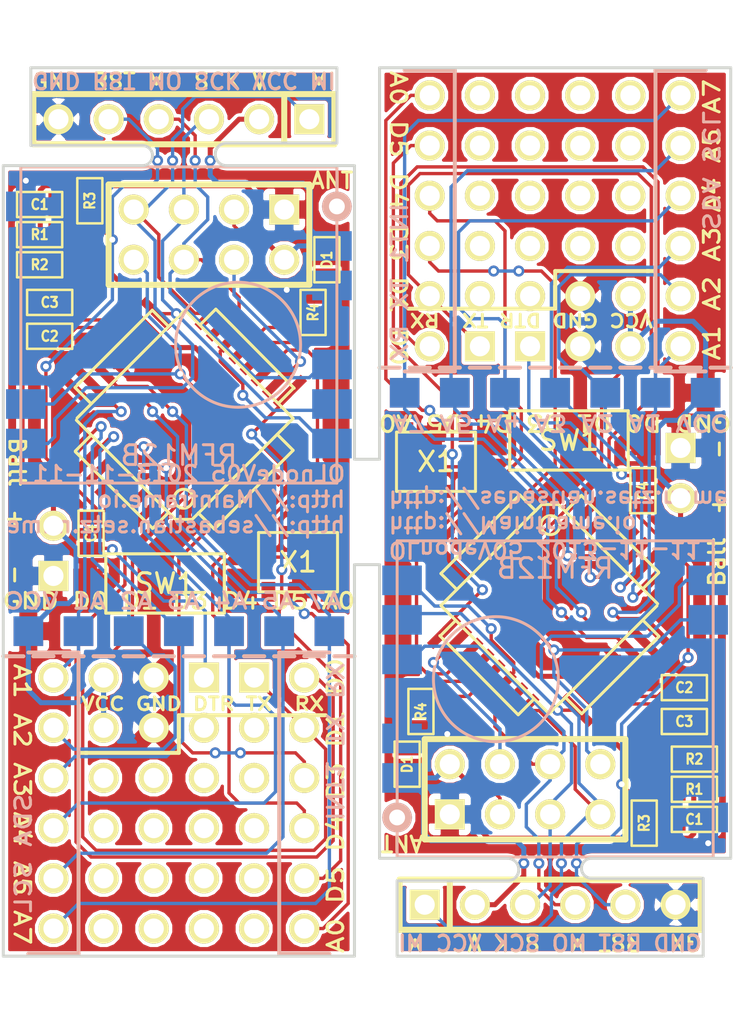
<source format=kicad_pcb>
(kicad_pcb (version 3) (host pcbnew "(2013-mar-13)-testing")
  (layers (15 F.Cu signal) (0 B.Cu signal) (18 B.Paste user) (19 F.Paste user) (20 B.SilkS user) (21 F.SilkS user) (22 B.Mask user) (23 F.Mask user) (28 Edge.Cuts user))
  (net 0 "")
  (net 1 /A0)
  (net 2 /A1)
  (net 3 /A2)
  (net 4 /A3)
  (net 5 /A4/SDA)
  (net 6 /A5/SCL)
  (net 7 /A6)
  (net 8 /A7)
  (net 9 /D0/RX)
  (net 10 /D1/TX)
  (net 11 /D10)
  (net 12 /D11/MOSI)
  (net 13 /D12/MISO)
  (net 14 /D13/SCK)
  (net 15 /D2)
  (net 16 /D3)
  (net 17 /D4)
  (net 18 /D5)
  (net 19 /D6)
  (net 20 /D7)
  (net 21 /D8)
  (net 22 /D9)
  (net 23 /DTR)
  (net 24 /RESET)
  (net 25 GND)
  (net 26 N-0000010)
  (net 27 N-0000019)
  (net 28 N-000002)
  (net 29 N-0000020)
  (net 30 N-0000021)
  (net 31 N-0000022)
  (net 32 N-0000023)
  (net 33 N-0000024)
  (net 34 N-0000025)
  (net 35 N-0000026)
  (net 36 N-0000027)
  (net 37 N-0000028)
  (net 38 N-0000029)
  (net 39 N-000003)
  (net 40 N-0000030)
  (net 41 N-0000031)
  (net 42 N-0000032)
  (net 43 N-0000034)
  (net 44 N-0000035)
  (net 45 N-000004)
  (net 46 N-0000040)
  (net 47 N-0000047)
  (net 48 N-0000049)
  (net 49 VCC)
  (module SM0603 (layer F.Cu) (at 155.829 134.366 90)
    (fp_text reference C4 (at 0 0 90) (layer F.SilkS) (effects (font (size 0.508 0.4572) (thickness 0.1143))))
    (fp_text value 0,1uF hide)
    (pad 1 smd rect (at -0.762 0 90) (size 0.635 1.143) (layers F.Cu F.Paste F.Mask) (net 24 /RESET))
    (pad 2 smd rect (at 0.762 0 90) (size 0.635 1.143) (layers F.Cu F.Paste F.Mask) (net 23 /DTR))
  )
  (module TQFP32 (layer F.Cu) (at 151.13 140.1445 315)
    (fp_text reference IC1 hide)
    (fp_text value ATMEGA328P-A hide)
    (pad 8 smd rect (at -4.81584 2.77622 315) (size 1.99898 0.44958) (layers F.Cu F.Paste F.Mask) (net 44 N-0000035))
    (pad 7 smd rect (at -4.81584 1.97612 315) (size 1.99898 0.44958) (layers F.Cu F.Paste F.Mask) (net 43 N-0000034))
    (pad 6 smd rect (at -4.81584 1.17602 315) (size 1.99898 0.44958) (layers F.Cu F.Paste F.Mask) (net 49 VCC))
    (pad 5 smd rect (at -4.81584 0.37592 315) (size 1.99898 0.44958) (layers F.Cu F.Paste F.Mask) (net 25 GND))
    (pad 4 smd rect (at -4.81584 -0.42418 315) (size 1.99898 0.44958) (layers F.Cu F.Paste F.Mask) (net 49 VCC))
    (pad 3 smd rect (at -4.81584 -1.22428 315) (size 1.99898 0.44958) (layers F.Cu F.Paste F.Mask) (net 25 GND))
    (pad 2 smd rect (at -4.81584 -2.02438 315) (size 1.99898 0.44958) (layers F.Cu F.Paste F.Mask) (net 17 /D4))
    (pad 1 smd rect (at -4.81584 -2.82448 315) (size 1.99898 0.44958) (layers F.Cu F.Paste F.Mask) (net 16 /D3))
    (pad 24 smd rect (at 4.7498 -2.8194 315) (size 1.99898 0.44958) (layers F.Cu F.Paste F.Mask) (net 2 /A1))
    (pad 17 smd rect (at 4.7498 2.794 315) (size 1.99898 0.44958) (layers F.Cu F.Paste F.Mask) (net 14 /D13/SCK))
    (pad 18 smd rect (at 4.7498 1.9812 315) (size 1.99898 0.44958) (layers F.Cu F.Paste F.Mask) (net 49 VCC))
    (pad 19 smd rect (at 4.7498 1.1684 315) (size 1.99898 0.44958) (layers F.Cu F.Paste F.Mask) (net 7 /A6))
    (pad 20 smd rect (at 4.7498 0.381 315) (size 1.99898 0.44958) (layers F.Cu F.Paste F.Mask) (net 46 N-0000040))
    (pad 21 smd rect (at 4.7498 -0.4318 315) (size 1.99898 0.44958) (layers F.Cu F.Paste F.Mask) (net 25 GND))
    (pad 22 smd rect (at 4.7498 -1.2192 315) (size 1.99898 0.44958) (layers F.Cu F.Paste F.Mask) (net 8 /A7))
    (pad 23 smd rect (at 4.7498 -2.032 315) (size 1.99898 0.44958) (layers F.Cu F.Paste F.Mask) (net 1 /A0))
    (pad 32 smd rect (at -2.82448 -4.826 315) (size 0.44958 1.99898) (layers F.Cu F.Paste F.Mask) (net 15 /D2))
    (pad 31 smd rect (at -2.02692 -4.826 315) (size 0.44958 1.99898) (layers F.Cu F.Paste F.Mask) (net 10 /D1/TX))
    (pad 30 smd rect (at -1.22428 -4.826 315) (size 0.44958 1.99898) (layers F.Cu F.Paste F.Mask) (net 9 /D0/RX))
    (pad 29 smd rect (at -0.42672 -4.826 315) (size 0.44958 1.99898) (layers F.Cu F.Paste F.Mask) (net 24 /RESET))
    (pad 28 smd rect (at 0.37592 -4.826 315) (size 0.44958 1.99898) (layers F.Cu F.Paste F.Mask) (net 6 /A5/SCL))
    (pad 27 smd rect (at 1.17348 -4.826 315) (size 0.44958 1.99898) (layers F.Cu F.Paste F.Mask) (net 5 /A4/SDA))
    (pad 26 smd rect (at 1.97612 -4.826 315) (size 0.44958 1.99898) (layers F.Cu F.Paste F.Mask) (net 4 /A3))
    (pad 25 smd rect (at 2.77368 -4.826 315) (size 0.44958 1.99898) (layers F.Cu F.Paste F.Mask) (net 3 /A2))
    (pad 9 smd rect (at -2.8194 4.7752 315) (size 0.44958 1.99898) (layers F.Cu F.Paste F.Mask) (net 18 /D5))
    (pad 10 smd rect (at -2.032 4.7752 315) (size 0.44958 1.99898) (layers F.Cu F.Paste F.Mask) (net 19 /D6))
    (pad 11 smd rect (at -1.2192 4.7752 315) (size 0.44958 1.99898) (layers F.Cu F.Paste F.Mask) (net 20 /D7))
    (pad 12 smd rect (at -0.4318 4.7752 315) (size 0.44958 1.99898) (layers F.Cu F.Paste F.Mask) (net 21 /D8))
    (pad 13 smd rect (at 0.3556 4.7752 315) (size 0.44958 1.99898) (layers F.Cu F.Paste F.Mask) (net 22 /D9))
    (pad 14 smd rect (at 1.1684 4.7752 315) (size 0.44958 1.99898) (layers F.Cu F.Paste F.Mask) (net 11 /D10))
    (pad 15 smd rect (at 1.9812 4.7752 315) (size 0.44958 1.99898) (layers F.Cu F.Paste F.Mask) (net 12 /D11/MOSI))
    (pad 16 smd rect (at 2.794 4.7752 315) (size 0.44958 1.99898) (layers F.Cu F.Paste F.Mask) (net 13 /D12/MISO))
  )
  (module pads (layer F.Cu) (at 151.384 129.413 180)
    (fp_text reference P6 hide)
    (fp_text value CONN_7 hide)
    (pad 1 smd rect (at -7.62 0 180) (size 1.5 1.5) (layers F.Cu F.Paste F.Mask) (net 25 GND))
    (pad 2 smd rect (at -5.08 0 180) (size 1.5 1.5) (layers F.Cu F.Paste F.Mask) (net 9 /D0/RX))
    (pad 3 smd rect (at -2.54 0 180) (size 1.5 1.5) (layers F.Cu F.Paste F.Mask) (net 10 /D1/TX))
    (pad 4 smd rect (at 0 0 180) (size 1.5 1.5) (layers F.Cu F.Paste F.Mask) (net 16 /D3))
    (pad 5 smd rect (at 2.54 0 180) (size 1.5 1.5) (layers F.Cu F.Paste F.Mask) (net 17 /D4))
    (pad 6 smd rect (at 5.08 0 180) (size 1.5 1.5) (layers F.Cu F.Paste F.Mask) (net 18 /D5))
    (pad 7 smd rect (at 7.62 0 180) (size 1.5 1.5) (layers F.Cu F.Paste F.Mask) (net 1 /A0))
  )
  (module pads (layer B.Cu) (at 151.384 129.413 180)
    (fp_text reference P5 hide)
    (fp_text value CONN_7 hide)
    (pad 1 smd rect (at -7.62 0 180) (size 1.5 1.5) (layers B.Cu B.Paste B.Mask) (net 49 VCC))
    (pad 2 smd rect (at -5.08 0 180) (size 1.5 1.5) (layers B.Cu B.Paste B.Mask) (net 2 /A1))
    (pad 3 smd rect (at -2.54 0 180) (size 1.5 1.5) (layers B.Cu B.Paste B.Mask) (net 3 /A2))
    (pad 4 smd rect (at 0 0 180) (size 1.5 1.5) (layers B.Cu B.Paste B.Mask) (net 4 /A3))
    (pad 5 smd rect (at 2.54 0 180) (size 1.5 1.5) (layers B.Cu B.Paste B.Mask) (net 5 /A4/SDA))
    (pad 6 smd rect (at 5.08 0 180) (size 1.5 1.5) (layers B.Cu B.Paste B.Mask) (net 6 /A5/SCL))
    (pad 7 smd rect (at 7.62 0 180) (size 1.5 1.5) (layers B.Cu B.Paste B.Mask) (net 8 /A7))
  )
  (module SM0603 (layer F.Cu) (at 158.4325 147.955)
    (fp_text reference R2 (at 0 0) (layer F.SilkS) (effects (font (size 0.508 0.4572) (thickness 0.1143))))
    (fp_text value 470K hide)
    (pad 1 smd rect (at -0.762 0) (size 0.635 1.143) (layers F.Cu F.Paste F.Mask) (net 7 /A6))
    (pad 2 smd rect (at 0.762 0) (size 0.635 1.143) (layers F.Cu F.Paste F.Mask) (net 25 GND))
  )
  (module SM0603 (layer F.Cu) (at 158.4325 149.479 180)
    (fp_text reference R1 (at 0 0 180) (layer F.SilkS) (effects (font (size 0.508 0.4572) (thickness 0.1143))))
    (fp_text value 1M hide)
    (pad 1 smd rect (at -0.762 0 180) (size 0.635 1.143) (layers F.Cu F.Paste F.Mask) (net 49 VCC))
    (pad 2 smd rect (at 0.762 0 180) (size 0.635 1.143) (layers F.Cu F.Paste F.Mask) (net 7 /A6))
  )
  (module SM0603 (layer F.Cu) (at 155.8925 151.1935 90)
    (fp_text reference R3 (at 0 0 90) (layer F.SilkS) (effects (font (size 0.508 0.4572) (thickness 0.1143))))
    (fp_text value 470k hide)
    (pad 1 smd rect (at -0.762 0 90) (size 0.635 1.143) (layers F.Cu F.Paste F.Mask) (net 49 VCC))
    (pad 2 smd rect (at 0.762 0 90) (size 0.635 1.143) (layers F.Cu F.Paste F.Mask) (net 24 /RESET))
  )
  (module SM0603 (layer F.Cu) (at 157.9245 146.05 180)
    (fp_text reference C3 (at 0 0 180) (layer F.SilkS) (effects (font (size 0.508 0.4572) (thickness 0.1143))))
    (fp_text value 0,1uF hide)
    (pad 1 smd rect (at -0.762 0 180) (size 0.635 1.143) (layers F.Cu F.Paste F.Mask) (net 25 GND))
    (pad 2 smd rect (at 0.762 0 180) (size 0.635 1.143) (layers F.Cu F.Paste F.Mask) (net 49 VCC))
  )
  (module SM0603 (layer F.Cu) (at 157.9245 144.3355 180)
    (fp_text reference C2 (at 0 0 180) (layer F.SilkS) (effects (font (size 0.508 0.4572) (thickness 0.1143))))
    (fp_text value 0,1uF hide)
    (pad 1 smd rect (at -0.762 0 180) (size 0.635 1.143) (layers F.Cu F.Paste F.Mask) (net 25 GND))
    (pad 2 smd rect (at 0.762 0 180) (size 0.635 1.143) (layers F.Cu F.Paste F.Mask) (net 46 N-0000040))
  )
  (module SM0603 (layer F.Cu) (at 143.891 148.209 270)
    (fp_text reference D1 (at 0 0 270) (layer F.SilkS) (effects (font (size 0.508 0.4572) (thickness 0.1143))))
    (fp_text value LED hide)
    (pad 1 smd rect (at -0.762 0 270) (size 0.635 1.143) (layers F.Cu F.Paste F.Mask) (net 47 N-0000047))
    (pad 2 smd rect (at 0.762 0 270) (size 0.635 1.143) (layers F.Cu F.Paste F.Mask) (net 25 GND))
  )
  (module SM0603 (layer F.Cu) (at 144.5895 145.542 90)
    (fp_text reference R4 (at 0 0 90) (layer F.SilkS) (effects (font (size 0.508 0.4572) (thickness 0.1143))))
    (fp_text value 220 hide)
    (pad 1 smd rect (at -0.762 0 90) (size 0.635 1.143) (layers F.Cu F.Paste F.Mask) (net 47 N-0000047))
    (pad 2 smd rect (at 0.762 0 90) (size 0.635 1.143) (layers F.Cu F.Paste F.Mask) (net 22 /D9))
  )
  (module SM0603 (layer F.Cu) (at 158.4325 151.003)
    (fp_text reference C1 (at 0 0) (layer F.SilkS) (effects (font (size 0.508 0.4572) (thickness 0.1143))))
    (fp_text value 0,1uF hide)
    (pad 1 smd rect (at -0.762 0) (size 0.635 1.143) (layers F.Cu F.Paste F.Mask) (net 7 /A6))
    (pad 2 smd rect (at 0.762 0) (size 0.635 1.143) (layers F.Cu F.Paste F.Mask) (net 25 GND))
  )
  (module CSTCV (layer F.Cu) (at 145.3515 132.9055 180)
    (fp_text reference X1 (at 0 0 180) (layer F.SilkS))
    (fp_text value Resonator hide)
    (pad 1 smd rect (at -1.5 1.5 180) (size 0.7 1) (layers F.Cu F.Paste F.Mask) (net 43 N-0000034))
    (pad 2 smd rect (at 0 1.5 180) (size 0.9 1) (layers F.Cu F.Paste F.Mask) (net 25 GND))
    (pad 3 smd rect (at 1.5 1.5 180) (size 0.7 1) (layers F.Cu F.Paste F.Mask) (net 44 N-0000035))
    (pad 3 smd rect (at 1.5 -1.5 180) (size 0.7 1) (layers F.Cu F.Paste F.Mask) (net 44 N-0000035))
    (pad 2 smd rect (at 0 -1.5 180) (size 0.9 1) (layers F.Cu F.Paste F.Mask) (net 25 GND))
    (pad 1 smd rect (at -1.5 -1.5 180) (size 0.7 1) (layers F.Cu F.Paste F.Mask) (net 43 N-0000034))
  )
  (module pin_array_4x2 (layer F.Cu) (at 149.86 149.479)
    (fp_text reference U3 hide)
    (fp_text value NRF24L01 hide)
    (pad 1 thru_hole rect (at -3.81 1.27) (size 1.524 1.524) (drill 1.016) (layers *.Cu *.Mask F.SilkS) (net 25 GND))
    (pad 2 thru_hole circle (at -3.81 -1.27) (size 1.524 1.524) (drill 1.016) (layers *.Cu *.Mask F.SilkS) (net 49 VCC))
    (pad 3 thru_hole circle (at -1.27 1.27) (size 1.524 1.524) (drill 1.016) (layers *.Cu *.Mask F.SilkS) (net 21 /D8))
    (pad 4 thru_hole circle (at -1.27 -1.27) (size 1.524 1.524) (drill 1.016) (layers *.Cu *.Mask F.SilkS) (net 19 /D6))
    (pad 5 thru_hole circle (at 1.27 1.27) (size 1.524 1.524) (drill 1.016) (layers *.Cu *.Mask F.SilkS) (net 14 /D13/SCK))
    (pad 6 thru_hole circle (at 1.27 -1.27) (size 1.524 1.524) (drill 1.016) (layers *.Cu *.Mask F.SilkS) (net 12 /D11/MOSI))
    (pad 7 thru_hole circle (at 3.81 1.27) (size 1.524 1.524) (drill 1.016) (layers *.Cu *.Mask F.SilkS) (net 13 /D12/MISO))
    (pad 8 thru_hole circle (at 3.81 -1.27) (size 1.524 1.524) (drill 1.016) (layers *.Cu *.Mask F.SilkS) (net 15 /D2))
  )
  (module PIN_ARRAY-6X1 (layer F.Cu) (at 157.734 120.7135 90)
    (fp_text reference P3 hide)
    (fp_text value CONN_6 hide)
    (pad 1 thru_hole circle (at -6.35 0 90) (size 1.524 1.524) (drill 1.016) (layers *.Cu *.Mask F.SilkS) (net 2 /A1))
    (pad 2 thru_hole circle (at -3.81 0 90) (size 1.524 1.524) (drill 1.016) (layers *.Cu *.Mask F.SilkS) (net 3 /A2))
    (pad 3 thru_hole circle (at -1.27 0 90) (size 1.524 1.524) (drill 1.016) (layers *.Cu *.Mask F.SilkS) (net 4 /A3))
    (pad 4 thru_hole circle (at 1.27 0 90) (size 1.524 1.524) (drill 1.016) (layers *.Cu *.Mask F.SilkS) (net 5 /A4/SDA))
    (pad 5 thru_hole circle (at 3.81 0 90) (size 1.524 1.524) (drill 1.016) (layers *.Cu *.Mask F.SilkS) (net 6 /A5/SCL))
    (pad 6 thru_hole circle (at 6.35 0 90) (size 1.524 1.524) (drill 1.016) (layers *.Cu *.Mask F.SilkS) (net 8 /A7))
  )
  (module PIN_ARRAY_2X1 (layer F.Cu) (at 157.734 133.477 270)
    (fp_text reference P4 hide)
    (fp_text value BATT hide)
    (pad 1 thru_hole rect (at -1.27 0 270) (size 1.524 1.524) (drill 1.016) (layers *.Cu *.Mask F.SilkS) (net 25 GND))
    (pad 2 thru_hole circle (at 1.27 0 270) (size 1.524 1.524) (drill 1.016) (layers *.Cu *.Mask F.SilkS) (net 49 VCC))
  )
  (module RFM12b (layer B.Cu) (at 151.384 144.907 180)
    (fp_text reference U2 hide)
    (fp_text value RFM12B (at 0 6.604 180) (layer B.SilkS) (effects (justify mirror)))
    (pad 1 smd rect (at -7.75 6 180) (size 2 1.5) (layers B.Cu B.Paste B.Mask) (net 13 /D12/MISO))
    (pad 2 smd rect (at -7.75 4 180) (size 2 1.5) (layers B.Cu B.Paste B.Mask) (net 15 /D2))
    (pad 7 smd rect (at -7.75 -6 180) (size 2 1.5) (layers B.Cu B.Paste B.Mask) (net 25 GND))
    (pad 8 smd rect (at 7.75 6 180) (size 2 1.5) (layers B.Cu B.Paste B.Mask) (net 11 /D10))
    (pad 9 smd rect (at 7.75 4 180) (size 2 1.5) (layers B.Cu B.Paste B.Mask) (net 14 /D13/SCK))
    (pad 10 smd rect (at 7.75 2 180) (size 2 1.5) (layers B.Cu B.Paste B.Mask) (net 12 /D11/MOSI))
    (pad 12 smd rect (at 7.75 -2 180) (size 2 1.5) (layers B.Cu B.Paste B.Mask) (net 25 GND))
    (pad 13 smd rect (at 7.75 -4 180) (size 2 1.5) (layers B.Cu B.Paste B.Mask) (net 49 VCC))
    (pad 14 thru_hole circle (at 8 -6 180) (size 1.5 1.5) (drill 0.8) (layers *.Cu *.Mask B.SilkS) (net 48 N-0000049))
  )
  (module PIN_ARRAY_5x2 (layer F.Cu) (at 148.844 119.4435 270)
    (fp_text reference P7 hide)
    (fp_text value CONN_5X2 hide)
    (pad 1 thru_hole circle (at -5.08 1.27 270) (size 1.524 1.524) (drill 1.016) (layers *.Cu *.Mask F.SilkS) (net 45 N-000004))
    (pad 2 thru_hole circle (at -5.08 -1.27 270) (size 1.524 1.524) (drill 1.016) (layers *.Cu *.Mask F.SilkS) (net 39 N-000003))
    (pad 3 thru_hole circle (at -2.54 1.27 270) (size 1.524 1.524) (drill 1.016) (layers *.Cu *.Mask F.SilkS) (net 28 N-000002))
    (pad 4 thru_hole circle (at -2.54 -1.27 270) (size 1.524 1.524) (drill 1.016) (layers *.Cu *.Mask F.SilkS) (net 26 N-0000010))
    (pad 5 thru_hole circle (at 0 1.27 270) (size 1.524 1.524) (drill 1.016) (layers *.Cu *.Mask F.SilkS) (net 42 N-0000032))
    (pad 6 thru_hole circle (at 0 -1.27 270) (size 1.524 1.524) (drill 1.016) (layers *.Cu *.Mask F.SilkS) (net 41 N-0000031))
    (pad 7 thru_hole circle (at 2.54 1.27 270) (size 1.524 1.524) (drill 1.016) (layers *.Cu *.Mask F.SilkS) (net 40 N-0000030))
    (pad 8 thru_hole circle (at 2.54 -1.27 270) (size 1.524 1.524) (drill 1.016) (layers *.Cu *.Mask F.SilkS) (net 38 N-0000029))
    (pad 9 thru_hole circle (at 5.08 1.27 270) (size 1.524 1.524) (drill 1.016) (layers *.Cu *.Mask F.SilkS) (net 31 N-0000022))
    (pad 10 thru_hole circle (at 5.08 -1.27 270) (size 1.524 1.524) (drill 1.016) (layers *.Cu *.Mask F.SilkS) (net 30 N-0000021))
  )
  (module PIN_ARRAY_5x2 (layer F.Cu) (at 153.924 119.4435 90)
    (fp_text reference P9 hide)
    (fp_text value CONN_5X2 hide)
    (pad 1 thru_hole circle (at -5.08 1.27 90) (size 1.524 1.524) (drill 1.016) (layers *.Cu *.Mask F.SilkS) (net 49 VCC))
    (pad 2 thru_hole circle (at -5.08 -1.27 90) (size 1.524 1.524) (drill 1.016) (layers *.Cu *.Mask F.SilkS) (net 25 GND))
    (pad 3 thru_hole circle (at -2.54 1.27 90) (size 1.524 1.524) (drill 1.016) (layers *.Cu *.Mask F.SilkS) (net 37 N-0000028))
    (pad 4 thru_hole circle (at -2.54 -1.27 90) (size 1.524 1.524) (drill 1.016) (layers *.Cu *.Mask F.SilkS) (net 27 N-0000019))
    (pad 5 thru_hole circle (at 0 1.27 90) (size 1.524 1.524) (drill 1.016) (layers *.Cu *.Mask F.SilkS) (net 36 N-0000027))
    (pad 6 thru_hole circle (at 0 -1.27 90) (size 1.524 1.524) (drill 1.016) (layers *.Cu *.Mask F.SilkS) (net 35 N-0000026))
    (pad 7 thru_hole circle (at 2.54 1.27 90) (size 1.524 1.524) (drill 1.016) (layers *.Cu *.Mask F.SilkS) (net 34 N-0000025))
    (pad 8 thru_hole circle (at 2.54 -1.27 90) (size 1.524 1.524) (drill 1.016) (layers *.Cu *.Mask F.SilkS) (net 33 N-0000024))
    (pad 9 thru_hole circle (at 5.08 1.27 90) (size 1.524 1.524) (drill 1.016) (layers *.Cu *.Mask F.SilkS) (net 32 N-0000023))
    (pad 10 thru_hole circle (at 5.08 -1.27 90) (size 1.524 1.524) (drill 1.016) (layers *.Cu *.Mask F.SilkS) (net 29 N-0000020))
  )
  (module smd_button_3x6mm (layer F.Cu) (at 152.0825 131.826)
    (fp_text reference SW1 (at 0 0) (layer F.SilkS))
    (fp_text value SW1 (at 0 0) (layer F.SilkS))
    (pad 1 smd rect (at -3.9 0) (size 1.5 1.5) (layers F.Cu F.Paste F.Mask) (net 20 /D7))
    (pad 2 smd rect (at 3.9 0) (size 1.5 1.5) (layers F.Cu F.Paste F.Mask) (net 25 GND))
  )
  (module PIN_ARRAY-6X1 (layer F.Cu) (at 151.13 155.321)
    (fp_text reference P10 hide)
    (fp_text value CONN_3X2 hide)
    (pad 1 thru_hole rect (at -6.35 0) (size 1.524 1.524) (drill 1.016) (layers *.Cu *.Mask F.SilkS) (net 13 /D12/MISO))
    (pad 2 thru_hole circle (at -3.81 0) (size 1.524 1.524) (drill 1.016) (layers *.Cu *.Mask F.SilkS) (net 49 VCC))
    (pad 3 thru_hole circle (at -1.27 0) (size 1.524 1.524) (drill 1.016) (layers *.Cu *.Mask F.SilkS) (net 14 /D13/SCK))
    (pad 4 thru_hole circle (at 1.27 0) (size 1.524 1.524) (drill 1.016) (layers *.Cu *.Mask F.SilkS) (net 12 /D11/MOSI))
    (pad 5 thru_hole circle (at 3.81 0) (size 1.524 1.524) (drill 1.016) (layers *.Cu *.Mask F.SilkS) (net 24 /RESET))
    (pad 6 thru_hole circle (at 6.35 0) (size 1.524 1.524) (drill 1.016) (layers *.Cu *.Mask F.SilkS) (net 25 GND))
  )
  (module PIN_ARRAY_4x1 (layer F.Cu) (at 151.384 127.0635)
    (fp_text reference P2 hide)
    (fp_text value GND hide)
    (pad 1 thru_hole rect (at -3.81 0) (size 1.524 1.524) (drill 1.016) (layers *.Cu *.Mask F.SilkS) (net 10 /D1/TX))
    (pad 2 thru_hole rect (at -1.27 0) (size 1.524 1.524) (drill 1.016) (layers *.Cu *.Mask F.SilkS) (net 23 /DTR))
    (pad 3 thru_hole circle (at 1.27 0) (size 1.524 1.524) (drill 1.016) (layers *.Cu *.Mask F.SilkS) (net 25 GND))
    (pad 4 thru_hole circle (at 3.81 0) (size 1.524 1.524) (drill 1.016) (layers *.Cu *.Mask F.SilkS) (net 49 VCC))
  )
  (module PIN_ARRAY-6X1 (layer F.Cu) (at 145.034 120.7135 90)
    (fp_text reference P1 hide)
    (fp_text value CONN_6 hide)
    (pad 1 thru_hole circle (at -6.35 0 90) (size 1.524 1.524) (drill 1.016) (layers *.Cu *.Mask F.SilkS) (net 9 /D0/RX))
    (pad 2 thru_hole circle (at -3.81 0 90) (size 1.524 1.524) (drill 1.016) (layers *.Cu *.Mask F.SilkS) (net 10 /D1/TX))
    (pad 3 thru_hole circle (at -1.27 0 90) (size 1.524 1.524) (drill 1.016) (layers *.Cu *.Mask F.SilkS) (net 16 /D3))
    (pad 4 thru_hole circle (at 1.27 0 90) (size 1.524 1.524) (drill 1.016) (layers *.Cu *.Mask F.SilkS) (net 17 /D4))
    (pad 5 thru_hole circle (at 3.81 0 90) (size 1.524 1.524) (drill 1.016) (layers *.Cu *.Mask F.SilkS) (net 18 /D5))
    (pad 6 thru_hole circle (at 6.35 0 90) (size 1.524 1.524) (drill 1.016) (layers *.Cu *.Mask F.SilkS) (net 1 /A0))
  )
  (module PIN_ARRAY-6X1 (layer F.Cu) (at 138.684 150.1775 270)
    (fp_text reference P1 hide)
    (fp_text value CONN_6 hide)
    (pad 1 thru_hole circle (at -6.35 0 270) (size 1.524 1.524) (drill 1.016) (layers *.Cu *.Mask F.SilkS) (net 9 /D0/RX))
    (pad 2 thru_hole circle (at -3.81 0 270) (size 1.524 1.524) (drill 1.016) (layers *.Cu *.Mask F.SilkS) (net 10 /D1/TX))
    (pad 3 thru_hole circle (at -1.27 0 270) (size 1.524 1.524) (drill 1.016) (layers *.Cu *.Mask F.SilkS) (net 16 /D3))
    (pad 4 thru_hole circle (at 1.27 0 270) (size 1.524 1.524) (drill 1.016) (layers *.Cu *.Mask F.SilkS) (net 17 /D4))
    (pad 5 thru_hole circle (at 3.81 0 270) (size 1.524 1.524) (drill 1.016) (layers *.Cu *.Mask F.SilkS) (net 18 /D5))
    (pad 6 thru_hole circle (at 6.35 0 270) (size 1.524 1.524) (drill 1.016) (layers *.Cu *.Mask F.SilkS) (net 1 /A0))
  )
  (module PIN_ARRAY_4x1 (layer F.Cu) (at 132.334 143.8275 180)
    (fp_text reference P2 hide)
    (fp_text value GND hide)
    (pad 1 thru_hole rect (at -3.81 0 180) (size 1.524 1.524) (drill 1.016) (layers *.Cu *.Mask F.SilkS) (net 10 /D1/TX))
    (pad 2 thru_hole rect (at -1.27 0 180) (size 1.524 1.524) (drill 1.016) (layers *.Cu *.Mask F.SilkS) (net 23 /DTR))
    (pad 3 thru_hole circle (at 1.27 0 180) (size 1.524 1.524) (drill 1.016) (layers *.Cu *.Mask F.SilkS) (net 25 GND))
    (pad 4 thru_hole circle (at 3.81 0 180) (size 1.524 1.524) (drill 1.016) (layers *.Cu *.Mask F.SilkS) (net 49 VCC))
  )
  (module PIN_ARRAY-6X1 (layer F.Cu) (at 132.588 115.57 180)
    (fp_text reference P10 hide)
    (fp_text value CONN_3X2 hide)
    (pad 1 thru_hole rect (at -6.35 0 180) (size 1.524 1.524) (drill 1.016) (layers *.Cu *.Mask F.SilkS) (net 13 /D12/MISO))
    (pad 2 thru_hole circle (at -3.81 0 180) (size 1.524 1.524) (drill 1.016) (layers *.Cu *.Mask F.SilkS) (net 49 VCC))
    (pad 3 thru_hole circle (at -1.27 0 180) (size 1.524 1.524) (drill 1.016) (layers *.Cu *.Mask F.SilkS) (net 14 /D13/SCK))
    (pad 4 thru_hole circle (at 1.27 0 180) (size 1.524 1.524) (drill 1.016) (layers *.Cu *.Mask F.SilkS) (net 12 /D11/MOSI))
    (pad 5 thru_hole circle (at 3.81 0 180) (size 1.524 1.524) (drill 1.016) (layers *.Cu *.Mask F.SilkS) (net 24 /RESET))
    (pad 6 thru_hole circle (at 6.35 0 180) (size 1.524 1.524) (drill 1.016) (layers *.Cu *.Mask F.SilkS) (net 25 GND))
  )
  (module smd_button_3x6mm (layer F.Cu) (at 131.6355 139.065 180)
    (fp_text reference SW1 (at 0 0 180) (layer F.SilkS))
    (fp_text value SW1 (at 0 0 180) (layer F.SilkS))
    (pad 1 smd rect (at -3.9 0 180) (size 1.5 1.5) (layers F.Cu F.Paste F.Mask) (net 20 /D7))
    (pad 2 smd rect (at 3.9 0 180) (size 1.5 1.5) (layers F.Cu F.Paste F.Mask) (net 25 GND))
  )
  (module PIN_ARRAY_5x2 (layer F.Cu) (at 129.794 151.4475 270)
    (fp_text reference P9 hide)
    (fp_text value CONN_5X2 hide)
    (pad 1 thru_hole circle (at -5.08 1.27 270) (size 1.524 1.524) (drill 1.016) (layers *.Cu *.Mask F.SilkS) (net 49 VCC))
    (pad 2 thru_hole circle (at -5.08 -1.27 270) (size 1.524 1.524) (drill 1.016) (layers *.Cu *.Mask F.SilkS) (net 25 GND))
    (pad 3 thru_hole circle (at -2.54 1.27 270) (size 1.524 1.524) (drill 1.016) (layers *.Cu *.Mask F.SilkS) (net 37 N-0000028))
    (pad 4 thru_hole circle (at -2.54 -1.27 270) (size 1.524 1.524) (drill 1.016) (layers *.Cu *.Mask F.SilkS) (net 27 N-0000019))
    (pad 5 thru_hole circle (at 0 1.27 270) (size 1.524 1.524) (drill 1.016) (layers *.Cu *.Mask F.SilkS) (net 36 N-0000027))
    (pad 6 thru_hole circle (at 0 -1.27 270) (size 1.524 1.524) (drill 1.016) (layers *.Cu *.Mask F.SilkS) (net 35 N-0000026))
    (pad 7 thru_hole circle (at 2.54 1.27 270) (size 1.524 1.524) (drill 1.016) (layers *.Cu *.Mask F.SilkS) (net 34 N-0000025))
    (pad 8 thru_hole circle (at 2.54 -1.27 270) (size 1.524 1.524) (drill 1.016) (layers *.Cu *.Mask F.SilkS) (net 33 N-0000024))
    (pad 9 thru_hole circle (at 5.08 1.27 270) (size 1.524 1.524) (drill 1.016) (layers *.Cu *.Mask F.SilkS) (net 32 N-0000023))
    (pad 10 thru_hole circle (at 5.08 -1.27 270) (size 1.524 1.524) (drill 1.016) (layers *.Cu *.Mask F.SilkS) (net 29 N-0000020))
  )
  (module PIN_ARRAY_5x2 (layer F.Cu) (at 134.874 151.4475 90)
    (fp_text reference P7 hide)
    (fp_text value CONN_5X2 hide)
    (pad 1 thru_hole circle (at -5.08 1.27 90) (size 1.524 1.524) (drill 1.016) (layers *.Cu *.Mask F.SilkS) (net 45 N-000004))
    (pad 2 thru_hole circle (at -5.08 -1.27 90) (size 1.524 1.524) (drill 1.016) (layers *.Cu *.Mask F.SilkS) (net 39 N-000003))
    (pad 3 thru_hole circle (at -2.54 1.27 90) (size 1.524 1.524) (drill 1.016) (layers *.Cu *.Mask F.SilkS) (net 28 N-000002))
    (pad 4 thru_hole circle (at -2.54 -1.27 90) (size 1.524 1.524) (drill 1.016) (layers *.Cu *.Mask F.SilkS) (net 26 N-0000010))
    (pad 5 thru_hole circle (at 0 1.27 90) (size 1.524 1.524) (drill 1.016) (layers *.Cu *.Mask F.SilkS) (net 42 N-0000032))
    (pad 6 thru_hole circle (at 0 -1.27 90) (size 1.524 1.524) (drill 1.016) (layers *.Cu *.Mask F.SilkS) (net 41 N-0000031))
    (pad 7 thru_hole circle (at 2.54 1.27 90) (size 1.524 1.524) (drill 1.016) (layers *.Cu *.Mask F.SilkS) (net 40 N-0000030))
    (pad 8 thru_hole circle (at 2.54 -1.27 90) (size 1.524 1.524) (drill 1.016) (layers *.Cu *.Mask F.SilkS) (net 38 N-0000029))
    (pad 9 thru_hole circle (at 5.08 1.27 90) (size 1.524 1.524) (drill 1.016) (layers *.Cu *.Mask F.SilkS) (net 31 N-0000022))
    (pad 10 thru_hole circle (at 5.08 -1.27 90) (size 1.524 1.524) (drill 1.016) (layers *.Cu *.Mask F.SilkS) (net 30 N-0000021))
  )
  (module RFM12b (layer B.Cu) (at 132.334 125.984)
    (fp_text reference U2 hide)
    (fp_text value RFM12B (at 0 6.604) (layer B.SilkS) (effects (justify mirror)))
    (pad 1 smd rect (at -7.75 6) (size 2 1.5) (layers B.Cu B.Paste B.Mask) (net 13 /D12/MISO))
    (pad 2 smd rect (at -7.75 4) (size 2 1.5) (layers B.Cu B.Paste B.Mask) (net 15 /D2))
    (pad 7 smd rect (at -7.75 -6) (size 2 1.5) (layers B.Cu B.Paste B.Mask) (net 25 GND))
    (pad 8 smd rect (at 7.75 6) (size 2 1.5) (layers B.Cu B.Paste B.Mask) (net 11 /D10))
    (pad 9 smd rect (at 7.75 4) (size 2 1.5) (layers B.Cu B.Paste B.Mask) (net 14 /D13/SCK))
    (pad 10 smd rect (at 7.75 2) (size 2 1.5) (layers B.Cu B.Paste B.Mask) (net 12 /D11/MOSI))
    (pad 12 smd rect (at 7.75 -2) (size 2 1.5) (layers B.Cu B.Paste B.Mask) (net 25 GND))
    (pad 13 smd rect (at 7.75 -4) (size 2 1.5) (layers B.Cu B.Paste B.Mask) (net 49 VCC))
    (pad 14 thru_hole circle (at 8 -6) (size 1.5 1.5) (drill 0.8) (layers *.Cu *.Mask B.SilkS) (net 48 N-0000049))
  )
  (module PIN_ARRAY_2X1 (layer F.Cu) (at 125.984 137.414 90)
    (fp_text reference P4 hide)
    (fp_text value BATT hide)
    (pad 1 thru_hole rect (at -1.27 0 90) (size 1.524 1.524) (drill 1.016) (layers *.Cu *.Mask F.SilkS) (net 25 GND))
    (pad 2 thru_hole circle (at 1.27 0 90) (size 1.524 1.524) (drill 1.016) (layers *.Cu *.Mask F.SilkS) (net 49 VCC))
  )
  (module PIN_ARRAY-6X1 (layer F.Cu) (at 125.984 150.1775 270)
    (fp_text reference P3 hide)
    (fp_text value CONN_6 hide)
    (pad 1 thru_hole circle (at -6.35 0 270) (size 1.524 1.524) (drill 1.016) (layers *.Cu *.Mask F.SilkS) (net 2 /A1))
    (pad 2 thru_hole circle (at -3.81 0 270) (size 1.524 1.524) (drill 1.016) (layers *.Cu *.Mask F.SilkS) (net 3 /A2))
    (pad 3 thru_hole circle (at -1.27 0 270) (size 1.524 1.524) (drill 1.016) (layers *.Cu *.Mask F.SilkS) (net 4 /A3))
    (pad 4 thru_hole circle (at 1.27 0 270) (size 1.524 1.524) (drill 1.016) (layers *.Cu *.Mask F.SilkS) (net 5 /A4/SDA))
    (pad 5 thru_hole circle (at 3.81 0 270) (size 1.524 1.524) (drill 1.016) (layers *.Cu *.Mask F.SilkS) (net 6 /A5/SCL))
    (pad 6 thru_hole circle (at 6.35 0 270) (size 1.524 1.524) (drill 1.016) (layers *.Cu *.Mask F.SilkS) (net 8 /A7))
  )
  (module pin_array_4x2 (layer F.Cu) (at 133.858 121.412 180)
    (fp_text reference U3 hide)
    (fp_text value NRF24L01 hide)
    (pad 1 thru_hole rect (at -3.81 1.27 180) (size 1.524 1.524) (drill 1.016) (layers *.Cu *.Mask F.SilkS) (net 25 GND))
    (pad 2 thru_hole circle (at -3.81 -1.27 180) (size 1.524 1.524) (drill 1.016) (layers *.Cu *.Mask F.SilkS) (net 49 VCC))
    (pad 3 thru_hole circle (at -1.27 1.27 180) (size 1.524 1.524) (drill 1.016) (layers *.Cu *.Mask F.SilkS) (net 21 /D8))
    (pad 4 thru_hole circle (at -1.27 -1.27 180) (size 1.524 1.524) (drill 1.016) (layers *.Cu *.Mask F.SilkS) (net 19 /D6))
    (pad 5 thru_hole circle (at 1.27 1.27 180) (size 1.524 1.524) (drill 1.016) (layers *.Cu *.Mask F.SilkS) (net 14 /D13/SCK))
    (pad 6 thru_hole circle (at 1.27 -1.27 180) (size 1.524 1.524) (drill 1.016) (layers *.Cu *.Mask F.SilkS) (net 12 /D11/MOSI))
    (pad 7 thru_hole circle (at 3.81 1.27 180) (size 1.524 1.524) (drill 1.016) (layers *.Cu *.Mask F.SilkS) (net 13 /D12/MISO))
    (pad 8 thru_hole circle (at 3.81 -1.27 180) (size 1.524 1.524) (drill 1.016) (layers *.Cu *.Mask F.SilkS) (net 15 /D2))
  )
  (module CSTCV (layer F.Cu) (at 138.3665 137.9855)
    (fp_text reference X1 (at 0 0) (layer F.SilkS))
    (fp_text value Resonator hide)
    (pad 1 smd rect (at -1.5 1.5) (size 0.7 1) (layers F.Cu F.Paste F.Mask) (net 43 N-0000034))
    (pad 2 smd rect (at 0 1.5) (size 0.9 1) (layers F.Cu F.Paste F.Mask) (net 25 GND))
    (pad 3 smd rect (at 1.5 1.5) (size 0.7 1) (layers F.Cu F.Paste F.Mask) (net 44 N-0000035))
    (pad 3 smd rect (at 1.5 -1.5) (size 0.7 1) (layers F.Cu F.Paste F.Mask) (net 44 N-0000035))
    (pad 2 smd rect (at 0 -1.5) (size 0.9 1) (layers F.Cu F.Paste F.Mask) (net 25 GND))
    (pad 1 smd rect (at -1.5 -1.5) (size 0.7 1) (layers F.Cu F.Paste F.Mask) (net 43 N-0000034))
  )
  (module SM0603 (layer F.Cu) (at 125.2855 119.888 180)
    (fp_text reference C1 (at 0 0 180) (layer F.SilkS) (effects (font (size 0.508 0.4572) (thickness 0.1143))))
    (fp_text value 0,1uF hide)
    (pad 1 smd rect (at -0.762 0 180) (size 0.635 1.143) (layers F.Cu F.Paste F.Mask) (net 7 /A6))
    (pad 2 smd rect (at 0.762 0 180) (size 0.635 1.143) (layers F.Cu F.Paste F.Mask) (net 25 GND))
  )
  (module SM0603 (layer F.Cu) (at 139.1285 125.349 270)
    (fp_text reference R4 (at 0 0 270) (layer F.SilkS) (effects (font (size 0.508 0.4572) (thickness 0.1143))))
    (fp_text value 220 hide)
    (pad 1 smd rect (at -0.762 0 270) (size 0.635 1.143) (layers F.Cu F.Paste F.Mask) (net 47 N-0000047))
    (pad 2 smd rect (at 0.762 0 270) (size 0.635 1.143) (layers F.Cu F.Paste F.Mask) (net 22 /D9))
  )
  (module SM0603 (layer F.Cu) (at 139.827 122.682 90)
    (fp_text reference D1 (at 0 0 90) (layer F.SilkS) (effects (font (size 0.508 0.4572) (thickness 0.1143))))
    (fp_text value LED hide)
    (pad 1 smd rect (at -0.762 0 90) (size 0.635 1.143) (layers F.Cu F.Paste F.Mask) (net 47 N-0000047))
    (pad 2 smd rect (at 0.762 0 90) (size 0.635 1.143) (layers F.Cu F.Paste F.Mask) (net 25 GND))
  )
  (module SM0603 (layer F.Cu) (at 125.7935 126.5555)
    (fp_text reference C2 (at 0 0) (layer F.SilkS) (effects (font (size 0.508 0.4572) (thickness 0.1143))))
    (fp_text value 0,1uF hide)
    (pad 1 smd rect (at -0.762 0) (size 0.635 1.143) (layers F.Cu F.Paste F.Mask) (net 25 GND))
    (pad 2 smd rect (at 0.762 0) (size 0.635 1.143) (layers F.Cu F.Paste F.Mask) (net 46 N-0000040))
  )
  (module SM0603 (layer F.Cu) (at 125.7935 124.841)
    (fp_text reference C3 (at 0 0) (layer F.SilkS) (effects (font (size 0.508 0.4572) (thickness 0.1143))))
    (fp_text value 0,1uF hide)
    (pad 1 smd rect (at -0.762 0) (size 0.635 1.143) (layers F.Cu F.Paste F.Mask) (net 25 GND))
    (pad 2 smd rect (at 0.762 0) (size 0.635 1.143) (layers F.Cu F.Paste F.Mask) (net 49 VCC))
  )
  (module SM0603 (layer F.Cu) (at 127.8255 119.6975 270)
    (fp_text reference R3 (at 0 0 270) (layer F.SilkS) (effects (font (size 0.508 0.4572) (thickness 0.1143))))
    (fp_text value 470k hide)
    (pad 1 smd rect (at -0.762 0 270) (size 0.635 1.143) (layers F.Cu F.Paste F.Mask) (net 49 VCC))
    (pad 2 smd rect (at 0.762 0 270) (size 0.635 1.143) (layers F.Cu F.Paste F.Mask) (net 24 /RESET))
  )
  (module SM0603 (layer F.Cu) (at 125.2855 121.412)
    (fp_text reference R1 (at 0 0) (layer F.SilkS) (effects (font (size 0.508 0.4572) (thickness 0.1143))))
    (fp_text value 1M hide)
    (pad 1 smd rect (at -0.762 0) (size 0.635 1.143) (layers F.Cu F.Paste F.Mask) (net 49 VCC))
    (pad 2 smd rect (at 0.762 0) (size 0.635 1.143) (layers F.Cu F.Paste F.Mask) (net 7 /A6))
  )
  (module SM0603 (layer F.Cu) (at 125.2855 122.936 180)
    (fp_text reference R2 (at 0 0 180) (layer F.SilkS) (effects (font (size 0.508 0.4572) (thickness 0.1143))))
    (fp_text value 470K hide)
    (pad 1 smd rect (at -0.762 0 180) (size 0.635 1.143) (layers F.Cu F.Paste F.Mask) (net 7 /A6))
    (pad 2 smd rect (at 0.762 0 180) (size 0.635 1.143) (layers F.Cu F.Paste F.Mask) (net 25 GND))
  )
  (module pads (layer B.Cu) (at 132.334 141.478)
    (fp_text reference P5 hide)
    (fp_text value CONN_7 hide)
    (pad 1 smd rect (at -7.62 0) (size 1.5 1.5) (layers B.Cu B.Paste B.Mask) (net 49 VCC))
    (pad 2 smd rect (at -5.08 0) (size 1.5 1.5) (layers B.Cu B.Paste B.Mask) (net 2 /A1))
    (pad 3 smd rect (at -2.54 0) (size 1.5 1.5) (layers B.Cu B.Paste B.Mask) (net 3 /A2))
    (pad 4 smd rect (at 0 0) (size 1.5 1.5) (layers B.Cu B.Paste B.Mask) (net 4 /A3))
    (pad 5 smd rect (at 2.54 0) (size 1.5 1.5) (layers B.Cu B.Paste B.Mask) (net 5 /A4/SDA))
    (pad 6 smd rect (at 5.08 0) (size 1.5 1.5) (layers B.Cu B.Paste B.Mask) (net 6 /A5/SCL))
    (pad 7 smd rect (at 7.62 0) (size 1.5 1.5) (layers B.Cu B.Paste B.Mask) (net 8 /A7))
  )
  (module pads (layer F.Cu) (at 132.334 141.478)
    (fp_text reference P6 hide)
    (fp_text value CONN_7 hide)
    (pad 1 smd rect (at -7.62 0) (size 1.5 1.5) (layers F.Cu F.Paste F.Mask) (net 25 GND))
    (pad 2 smd rect (at -5.08 0) (size 1.5 1.5) (layers F.Cu F.Paste F.Mask) (net 9 /D0/RX))
    (pad 3 smd rect (at -2.54 0) (size 1.5 1.5) (layers F.Cu F.Paste F.Mask) (net 10 /D1/TX))
    (pad 4 smd rect (at 0 0) (size 1.5 1.5) (layers F.Cu F.Paste F.Mask) (net 16 /D3))
    (pad 5 smd rect (at 2.54 0) (size 1.5 1.5) (layers F.Cu F.Paste F.Mask) (net 17 /D4))
    (pad 6 smd rect (at 5.08 0) (size 1.5 1.5) (layers F.Cu F.Paste F.Mask) (net 18 /D5))
    (pad 7 smd rect (at 7.62 0) (size 1.5 1.5) (layers F.Cu F.Paste F.Mask) (net 1 /A0))
  )
  (module TQFP32 (layer F.Cu) (at 132.588 130.7465 135)
    (fp_text reference IC1 hide)
    (fp_text value ATMEGA328P-A hide)
    (pad 8 smd rect (at -4.81584 2.77622 135) (size 1.99898 0.44958) (layers F.Cu F.Paste F.Mask) (net 44 N-0000035))
    (pad 7 smd rect (at -4.81584 1.97612 135) (size 1.99898 0.44958) (layers F.Cu F.Paste F.Mask) (net 43 N-0000034))
    (pad 6 smd rect (at -4.81584 1.17602 135) (size 1.99898 0.44958) (layers F.Cu F.Paste F.Mask) (net 49 VCC))
    (pad 5 smd rect (at -4.81584 0.37592 135) (size 1.99898 0.44958) (layers F.Cu F.Paste F.Mask) (net 25 GND))
    (pad 4 smd rect (at -4.81584 -0.42418 135) (size 1.99898 0.44958) (layers F.Cu F.Paste F.Mask) (net 49 VCC))
    (pad 3 smd rect (at -4.81584 -1.22428 135) (size 1.99898 0.44958) (layers F.Cu F.Paste F.Mask) (net 25 GND))
    (pad 2 smd rect (at -4.81584 -2.02438 135) (size 1.99898 0.44958) (layers F.Cu F.Paste F.Mask) (net 17 /D4))
    (pad 1 smd rect (at -4.81584 -2.82448 135) (size 1.99898 0.44958) (layers F.Cu F.Paste F.Mask) (net 16 /D3))
    (pad 24 smd rect (at 4.7498 -2.8194 135) (size 1.99898 0.44958) (layers F.Cu F.Paste F.Mask) (net 2 /A1))
    (pad 17 smd rect (at 4.7498 2.794 135) (size 1.99898 0.44958) (layers F.Cu F.Paste F.Mask) (net 14 /D13/SCK))
    (pad 18 smd rect (at 4.7498 1.9812 135) (size 1.99898 0.44958) (layers F.Cu F.Paste F.Mask) (net 49 VCC))
    (pad 19 smd rect (at 4.7498 1.1684 135) (size 1.99898 0.44958) (layers F.Cu F.Paste F.Mask) (net 7 /A6))
    (pad 20 smd rect (at 4.7498 0.381 135) (size 1.99898 0.44958) (layers F.Cu F.Paste F.Mask) (net 46 N-0000040))
    (pad 21 smd rect (at 4.7498 -0.4318 135) (size 1.99898 0.44958) (layers F.Cu F.Paste F.Mask) (net 25 GND))
    (pad 22 smd rect (at 4.7498 -1.2192 135) (size 1.99898 0.44958) (layers F.Cu F.Paste F.Mask) (net 8 /A7))
    (pad 23 smd rect (at 4.7498 -2.032 135) (size 1.99898 0.44958) (layers F.Cu F.Paste F.Mask) (net 1 /A0))
    (pad 32 smd rect (at -2.82448 -4.826 135) (size 0.44958 1.99898) (layers F.Cu F.Paste F.Mask) (net 15 /D2))
    (pad 31 smd rect (at -2.02692 -4.826 135) (size 0.44958 1.99898) (layers F.Cu F.Paste F.Mask) (net 10 /D1/TX))
    (pad 30 smd rect (at -1.22428 -4.826 135) (size 0.44958 1.99898) (layers F.Cu F.Paste F.Mask) (net 9 /D0/RX))
    (pad 29 smd rect (at -0.42672 -4.826 135) (size 0.44958 1.99898) (layers F.Cu F.Paste F.Mask) (net 24 /RESET))
    (pad 28 smd rect (at 0.37592 -4.826 135) (size 0.44958 1.99898) (layers F.Cu F.Paste F.Mask) (net 6 /A5/SCL))
    (pad 27 smd rect (at 1.17348 -4.826 135) (size 0.44958 1.99898) (layers F.Cu F.Paste F.Mask) (net 5 /A4/SDA))
    (pad 26 smd rect (at 1.97612 -4.826 135) (size 0.44958 1.99898) (layers F.Cu F.Paste F.Mask) (net 4 /A3))
    (pad 25 smd rect (at 2.77368 -4.826 135) (size 0.44958 1.99898) (layers F.Cu F.Paste F.Mask) (net 3 /A2))
    (pad 9 smd rect (at -2.8194 4.7752 135) (size 0.44958 1.99898) (layers F.Cu F.Paste F.Mask) (net 18 /D5))
    (pad 10 smd rect (at -2.032 4.7752 135) (size 0.44958 1.99898) (layers F.Cu F.Paste F.Mask) (net 19 /D6))
    (pad 11 smd rect (at -1.2192 4.7752 135) (size 0.44958 1.99898) (layers F.Cu F.Paste F.Mask) (net 20 /D7))
    (pad 12 smd rect (at -0.4318 4.7752 135) (size 0.44958 1.99898) (layers F.Cu F.Paste F.Mask) (net 21 /D8))
    (pad 13 smd rect (at 0.3556 4.7752 135) (size 0.44958 1.99898) (layers F.Cu F.Paste F.Mask) (net 22 /D9))
    (pad 14 smd rect (at 1.1684 4.7752 135) (size 0.44958 1.99898) (layers F.Cu F.Paste F.Mask) (net 11 /D10))
    (pad 15 smd rect (at 1.9812 4.7752 135) (size 0.44958 1.99898) (layers F.Cu F.Paste F.Mask) (net 12 /D11/MOSI))
    (pad 16 smd rect (at 2.794 4.7752 135) (size 0.44958 1.99898) (layers F.Cu F.Paste F.Mask) (net 13 /D12/MISO))
  )
  (module SM0603 (layer F.Cu) (at 127.889 136.525 270)
    (fp_text reference C4 (at 0 0 270) (layer F.SilkS) (effects (font (size 0.508 0.4572) (thickness 0.1143))))
    (fp_text value 0,1uF hide)
    (pad 1 smd rect (at -0.762 0 270) (size 0.635 1.143) (layers F.Cu F.Paste F.Mask) (net 24 /RESET))
    (pad 2 smd rect (at 0.762 0 270) (size 0.635 1.143) (layers F.Cu F.Paste F.Mask) (net 23 /DTR))
  )
  (gr_line (start 141.224 138.1125) (end 141.224 157.9245) (angle 90) (layer Edge.Cuts) (width 0.15))
  (gr_line (start 142.494 138.1125) (end 141.224 138.1125) (angle 90) (layer Edge.Cuts) (width 0.15))
  (gr_line (start 142.494 152.9715) (end 142.494 138.1125) (angle 90) (layer Edge.Cuts) (width 0.15))
  (gr_line (start 142.494 132.7785) (end 142.494 112.9665) (angle 90) (layer Edge.Cuts) (width 0.15))
  (gr_line (start 141.224 132.7785) (end 142.494 132.7785) (angle 90) (layer Edge.Cuts) (width 0.15))
  (gr_line (start 141.224 117.9195) (end 141.224 132.7785) (angle 90) (layer Edge.Cuts) (width 0.15))
  (gr_text "A1 A2 A3 A4 A5 A7" (at 159.3215 120.65 90) (layer F.SilkS) (effects (font (size 0.8 0.97))))
  (gr_text "+   -" (at 159.639 133.6675 90) (layer F.SilkS) (effects (font (size 0.8 0.8))))
  (gr_text "SDA SCL" (at 159.258 118.1735 270) (layer B.SilkS) (effects (font (size 0.8 0.95)) (justify mirror)))
  (gr_text ANT (at 143.637 152.2095 180) (layer F.SilkS) (effects (font (size 0.8 0.8))))
  (gr_text Batt (at 159.5755 137.9855 90) (layer F.SilkS) (effects (font (size 0.8 0.8))))
  (gr_text "GND D0 D1 D3 D4 D5 A0" (at 151.384 130.937 180) (layer F.SilkS) (effects (font (size 0.8 0.93))))
  (gr_text "A7 A5 A4 A3 A2 A1 VCC" (at 151.638 130.937 180) (layer B.SilkS) (effects (font (size 0.8 0.93)) (justify mirror)))
  (gr_line (start 160.274 128.143) (end 159.258 128.143) (angle 90) (layer B.SilkS) (width 0.2))
  (gr_line (start 158.75 128.143) (end 157.734 128.143) (angle 90) (layer B.SilkS) (width 0.2))
  (gr_line (start 157.226 128.143) (end 156.21 128.143) (angle 90) (layer B.SilkS) (width 0.2))
  (gr_line (start 155.702 128.143) (end 154.686 128.143) (angle 90) (layer B.SilkS) (width 0.2))
  (gr_line (start 154.178 128.143) (end 153.162 128.143) (angle 90) (layer B.SilkS) (width 0.2))
  (gr_line (start 152.654 128.143) (end 151.638 128.143) (angle 90) (layer B.SilkS) (width 0.2))
  (gr_line (start 151.13 128.143) (end 150.114 128.143) (angle 90) (layer B.SilkS) (width 0.2))
  (gr_line (start 149.606 128.143) (end 148.59 128.143) (angle 90) (layer B.SilkS) (width 0.2))
  (gr_line (start 148.082 128.143) (end 147.066 128.143) (angle 90) (layer B.SilkS) (width 0.2))
  (gr_line (start 146.558 128.143) (end 145.542 128.143) (angle 90) (layer B.SilkS) (width 0.2))
  (gr_line (start 145.034 128.143) (end 144.018 128.143) (angle 90) (layer B.SilkS) (width 0.2))
  (gr_line (start 143.51 128.143) (end 142.494 128.143) (angle 90) (layer B.SilkS) (width 0.2))
  (gr_line (start 160.274 112.9665) (end 160.274 152.9715) (angle 90) (layer Edge.Cuts) (width 0.15))
  (gr_text "OLnodeV05 2013-11-11\nhttp://Mainframe.io\nhttp://sebastian.setz.name\n" (at 142.875 136.0805 180) (layer B.SilkS) (effects (font (size 0.8 0.83)) (justify left mirror)))
  (gr_line (start 142.494 112.9665) (end 160.274 112.9665) (angle 90) (layer Edge.Cuts) (width 0.15))
  (gr_line (start 143.764 128.3335) (end 146.304 128.3335) (angle 90) (layer B.SilkS) (width 0.2))
  (gr_line (start 146.304 128.3335) (end 146.304 113.0935) (angle 90) (layer B.SilkS) (width 0.2))
  (gr_line (start 146.304 113.0935) (end 143.764 113.0935) (angle 90) (layer B.SilkS) (width 0.2))
  (gr_line (start 159.004 113.0935) (end 156.464 113.0935) (angle 90) (layer B.SilkS) (width 0.2))
  (gr_line (start 156.464 113.0935) (end 156.464 128.3335) (angle 90) (layer B.SilkS) (width 0.2))
  (gr_line (start 156.464 128.3335) (end 159.004 128.3335) (angle 90) (layer B.SilkS) (width 0.2))
  (gr_line (start 160.274 128.143) (end 159.258 128.143) (angle 90) (layer F.SilkS) (width 0.2))
  (gr_line (start 158.75 128.143) (end 157.734 128.143) (angle 90) (layer F.SilkS) (width 0.2))
  (gr_line (start 157.226 128.143) (end 156.21 128.143) (angle 90) (layer F.SilkS) (width 0.2))
  (gr_line (start 155.702 128.143) (end 154.686 128.143) (angle 90) (layer F.SilkS) (width 0.2))
  (gr_line (start 154.178 128.143) (end 153.162 128.143) (angle 90) (layer F.SilkS) (width 0.2))
  (gr_line (start 152.654 128.143) (end 151.638 128.143) (angle 90) (layer F.SilkS) (width 0.2))
  (gr_line (start 151.13 128.143) (end 150.114 128.143) (angle 90) (layer F.SilkS) (width 0.2))
  (gr_line (start 149.606 128.143) (end 148.59 128.143) (angle 90) (layer F.SilkS) (width 0.2))
  (gr_line (start 148.082 128.143) (end 147.066 128.143) (angle 90) (layer F.SilkS) (width 0.2))
  (gr_line (start 146.558 128.143) (end 145.542 128.143) (angle 90) (layer F.SilkS) (width 0.2))
  (gr_line (start 145.034 128.143) (end 144.018 128.143) (angle 90) (layer F.SilkS) (width 0.2))
  (gr_line (start 143.51 128.143) (end 142.494 128.143) (angle 90) (layer F.SilkS) (width 0.2))
  (gr_arc (start 148.971 153.543) (end 148.971 152.9715) (angle 90) (layer Edge.Cuts) (width 0.15))
  (gr_arc (start 148.971 153.543) (end 149.5425 153.543) (angle 90) (layer Edge.Cuts) (width 0.15))
  (gr_arc (start 153.2255 153.4795) (end 152.7175 153.4795) (angle 90) (layer Edge.Cuts) (width 0.15))
  (gr_arc (start 153.2255 153.4795) (end 153.2255 153.9875) (angle 90) (layer Edge.Cuts) (width 0.15))
  (gr_line (start 153.2255 152.9715) (end 160.274 152.9715) (angle 90) (layer Edge.Cuts) (width 0.15))
  (gr_line (start 148.971 152.9715) (end 142.494 152.9715) (angle 90) (layer Edge.Cuts) (width 0.15))
  (gr_text "A0 D5 D4 D3 D1 D0" (at 143.4465 120.5865 270) (layer F.SilkS) (effects (font (size 0.8 0.97))))
  (gr_text "INT1 TX RX" (at 143.51 123.825 90) (layer B.SilkS) (effects (font (size 0.8 0.95)) (justify mirror)))
  (gr_line (start 153.2255 153.9875) (end 158.877 153.9875) (angle 90) (layer Edge.Cuts) (width 0.15))
  (gr_text "GND RST MO SCK VCC MI" (at 151.13 157.226 180) (layer F.SilkS) (effects (font (size 0.8 0.8))))
  (gr_line (start 148.971 154.1145) (end 143.383 154.1145) (angle 90) (layer Edge.Cuts) (width 0.15))
  (gr_line (start 143.383 154.1145) (end 143.383 157.9245) (angle 90) (layer Edge.Cuts) (width 0.15))
  (gr_line (start 143.383 157.9245) (end 158.877 157.9245) (angle 90) (layer Edge.Cuts) (width 0.15))
  (gr_line (start 158.877 157.9245) (end 158.877 153.9875) (angle 90) (layer Edge.Cuts) (width 0.15))
  (gr_text "GND RST MO SCK VCC MI" (at 151.13 157.2895 360) (layer B.SilkS) (effects (font (size 0.8 0.8)) (justify mirror)))
  (gr_line (start 151.384 123.2535) (end 156.4005 123.2535) (angle 90) (layer F.SilkS) (width 0.2))
  (gr_line (start 153.9875 128.143) (end 154.051 128.143) (angle 90) (layer F.SilkS) (width 0.2))
  (gr_line (start 153.924 128.143) (end 153.9875 128.143) (angle 90) (layer F.SilkS) (width 0.2))
  (gr_text "VCC GND DTR TX  RX" (at 150.1775 125.73 180) (layer F.SilkS) (effects (font (size 0.65 0.76))))
  (gr_line (start 151.384 123.2535) (end 151.384 125.1585) (angle 90) (layer F.SilkS) (width 0.2))
  (gr_line (start 151.384 125.1585) (end 143.9545 125.1585) (angle 90) (layer F.SilkS) (width 0.2))
  (gr_line (start 132.334 145.7325) (end 139.7635 145.7325) (angle 90) (layer F.SilkS) (width 0.2))
  (gr_line (start 132.334 147.6375) (end 132.334 145.7325) (angle 90) (layer F.SilkS) (width 0.2))
  (gr_text "VCC GND DTR TX  RX" (at 133.5405 145.161) (layer F.SilkS) (effects (font (size 0.65 0.76))))
  (gr_line (start 129.794 142.748) (end 129.7305 142.748) (angle 90) (layer F.SilkS) (width 0.2))
  (gr_line (start 129.7305 142.748) (end 129.667 142.748) (angle 90) (layer F.SilkS) (width 0.2))
  (gr_line (start 132.334 147.6375) (end 127.3175 147.6375) (angle 90) (layer F.SilkS) (width 0.2))
  (gr_text "GND RST MO SCK VCC MI" (at 132.588 113.6015 180) (layer B.SilkS) (effects (font (size 0.8 0.8)) (justify mirror)))
  (gr_line (start 124.841 112.9665) (end 124.841 116.9035) (angle 90) (layer Edge.Cuts) (width 0.15))
  (gr_line (start 140.335 112.9665) (end 124.841 112.9665) (angle 90) (layer Edge.Cuts) (width 0.15))
  (gr_line (start 140.335 116.7765) (end 140.335 112.9665) (angle 90) (layer Edge.Cuts) (width 0.15))
  (gr_line (start 134.747 116.7765) (end 140.335 116.7765) (angle 90) (layer Edge.Cuts) (width 0.15))
  (gr_text "GND RST MO SCK VCC MI" (at 132.588 113.665) (layer F.SilkS) (effects (font (size 0.8 0.8))))
  (gr_line (start 130.4925 116.9035) (end 124.841 116.9035) (angle 90) (layer Edge.Cuts) (width 0.15))
  (gr_text "INT1 TX RX" (at 140.208 147.066 270) (layer B.SilkS) (effects (font (size 0.8 0.95)) (justify mirror)))
  (gr_text "A0 D5 D4 D3 D1 D0" (at 140.2715 150.3045 90) (layer F.SilkS) (effects (font (size 0.8 0.97))))
  (gr_line (start 134.747 117.9195) (end 141.224 117.9195) (angle 90) (layer Edge.Cuts) (width 0.15))
  (gr_line (start 130.4925 117.9195) (end 123.444 117.9195) (angle 90) (layer Edge.Cuts) (width 0.15))
  (gr_arc (start 130.4925 117.4115) (end 130.4925 116.9035) (angle 90) (layer Edge.Cuts) (width 0.15))
  (gr_arc (start 130.4925 117.4115) (end 131.0005 117.4115) (angle 90) (layer Edge.Cuts) (width 0.15))
  (gr_arc (start 134.747 117.348) (end 134.1755 117.348) (angle 90) (layer Edge.Cuts) (width 0.15))
  (gr_arc (start 134.747 117.348) (end 134.747 117.9195) (angle 90) (layer Edge.Cuts) (width 0.15))
  (gr_line (start 140.208 142.748) (end 141.224 142.748) (angle 90) (layer F.SilkS) (width 0.2))
  (gr_line (start 138.684 142.748) (end 139.7 142.748) (angle 90) (layer F.SilkS) (width 0.2))
  (gr_line (start 137.16 142.748) (end 138.176 142.748) (angle 90) (layer F.SilkS) (width 0.2))
  (gr_line (start 135.636 142.748) (end 136.652 142.748) (angle 90) (layer F.SilkS) (width 0.2))
  (gr_line (start 134.112 142.748) (end 135.128 142.748) (angle 90) (layer F.SilkS) (width 0.2))
  (gr_line (start 132.588 142.748) (end 133.604 142.748) (angle 90) (layer F.SilkS) (width 0.2))
  (gr_line (start 131.064 142.748) (end 132.08 142.748) (angle 90) (layer F.SilkS) (width 0.2))
  (gr_line (start 129.54 142.748) (end 130.556 142.748) (angle 90) (layer F.SilkS) (width 0.2))
  (gr_line (start 128.016 142.748) (end 129.032 142.748) (angle 90) (layer F.SilkS) (width 0.2))
  (gr_line (start 126.492 142.748) (end 127.508 142.748) (angle 90) (layer F.SilkS) (width 0.2))
  (gr_line (start 124.968 142.748) (end 125.984 142.748) (angle 90) (layer F.SilkS) (width 0.2))
  (gr_line (start 123.444 142.748) (end 124.46 142.748) (angle 90) (layer F.SilkS) (width 0.2))
  (gr_line (start 127.254 142.5575) (end 124.714 142.5575) (angle 90) (layer B.SilkS) (width 0.2))
  (gr_line (start 127.254 157.7975) (end 127.254 142.5575) (angle 90) (layer B.SilkS) (width 0.2))
  (gr_line (start 124.714 157.7975) (end 127.254 157.7975) (angle 90) (layer B.SilkS) (width 0.2))
  (gr_line (start 137.414 157.7975) (end 139.954 157.7975) (angle 90) (layer B.SilkS) (width 0.2))
  (gr_line (start 137.414 142.5575) (end 137.414 157.7975) (angle 90) (layer B.SilkS) (width 0.2))
  (gr_line (start 139.954 142.5575) (end 137.414 142.5575) (angle 90) (layer B.SilkS) (width 0.2))
  (gr_line (start 141.224 157.9245) (end 123.444 157.9245) (angle 90) (layer Edge.Cuts) (width 0.15))
  (gr_text "OLnodeV05 2013-11-11\nhttp://Mainframe.io\nhttp://sebastian.setz.name\n" (at 140.843 134.8105) (layer B.SilkS) (effects (font (size 0.8 0.83)) (justify left mirror)))
  (gr_line (start 123.444 157.9245) (end 123.444 117.9195) (angle 90) (layer Edge.Cuts) (width 0.15))
  (gr_line (start 140.208 142.748) (end 141.224 142.748) (angle 90) (layer B.SilkS) (width 0.2))
  (gr_line (start 138.684 142.748) (end 139.7 142.748) (angle 90) (layer B.SilkS) (width 0.2))
  (gr_line (start 137.16 142.748) (end 138.176 142.748) (angle 90) (layer B.SilkS) (width 0.2))
  (gr_line (start 135.636 142.748) (end 136.652 142.748) (angle 90) (layer B.SilkS) (width 0.2))
  (gr_line (start 134.112 142.748) (end 135.128 142.748) (angle 90) (layer B.SilkS) (width 0.2))
  (gr_line (start 132.588 142.748) (end 133.604 142.748) (angle 90) (layer B.SilkS) (width 0.2))
  (gr_line (start 131.064 142.748) (end 132.08 142.748) (angle 90) (layer B.SilkS) (width 0.2))
  (gr_line (start 129.54 142.748) (end 130.556 142.748) (angle 90) (layer B.SilkS) (width 0.2))
  (gr_line (start 128.016 142.748) (end 129.032 142.748) (angle 90) (layer B.SilkS) (width 0.2))
  (gr_line (start 126.492 142.748) (end 127.508 142.748) (angle 90) (layer B.SilkS) (width 0.2))
  (gr_line (start 124.968 142.748) (end 125.984 142.748) (angle 90) (layer B.SilkS) (width 0.2))
  (gr_line (start 123.444 142.748) (end 124.46 142.748) (angle 90) (layer B.SilkS) (width 0.2))
  (gr_text "A7 A5 A4 A3 A2 A1 VCC" (at 132.08 139.954) (layer B.SilkS) (effects (font (size 0.8 0.93)) (justify mirror)))
  (gr_text "GND D0 D1 D3 D4 D5 A0" (at 132.334 139.954) (layer F.SilkS) (effects (font (size 0.8 0.93))))
  (gr_text Batt (at 124.1425 132.9055 270) (layer F.SilkS) (effects (font (size 0.8 0.8))))
  (gr_text ANT (at 140.081 118.6815) (layer F.SilkS) (effects (font (size 0.8 0.8))))
  (gr_text "SDA SCL" (at 124.46 152.7175 90) (layer B.SilkS) (effects (font (size 0.8 0.95)) (justify mirror)))
  (gr_text "+   -" (at 124.079 137.2235 270) (layer F.SilkS) (effects (font (size 0.8 0.8))))
  (gr_text "A1 A2 A3 A4 A5 A7" (at 124.3965 150.241 270) (layer F.SilkS) (effects (font (size 0.8 0.97))))
  (segment (start 151.4475 139.2555) (end 152.7175 140.5255) (width 0.17) (layer B.Cu) (net 1))
  (segment (start 147.955 131.3815) (end 146.1135 131.3815) (width 0.17) (layer B.Cu) (net 1))
  (segment (start 151.4475 134.874) (end 147.955 131.3815) (width 0.17) (layer B.Cu) (net 1))
  (segment (start 151.4475 134.874) (end 151.4475 139.2555) (width 0.17) (layer B.Cu) (net 1))
  (segment (start 146.1135 131.3815) (end 145.034 130.302) (width 0.17) (layer B.Cu) (net 1))
  (via (at 145.034 130.302) (size 0.56) (layers F.Cu B.Cu) (net 1))
  (segment (start 145.034 130.302) (end 144.653 130.302) (width 0.17) (layer F.Cu) (net 1))
  (segment (start 152.7175 140.5255) (end 152.7175 140.6525) (width 0.17) (layer F.Cu) (net 1))
  (via (at 152.7175 140.5255) (size 0.56) (layers F.Cu B.Cu) (net 1))
  (segment (start 152.7175 140.6525) (end 153.3525 141.2875) (width 0.17) (layer F.Cu) (net 1))
  (segment (start 153.3525 141.2875) (end 155.146682 141.2875) (width 0.17) (layer F.Cu) (net 1))
  (segment (start 155.146682 141.2875) (end 155.925457 142.066275) (width 0.17) (layer F.Cu) (net 1))
  (segment (start 144.653 130.302) (end 143.764 129.413) (width 0.17) (layer F.Cu) (net 1))
  (segment (start 143.129 128.778) (end 143.764 129.413) (width 0.17) (layer F.Cu) (net 1))
  (segment (start 143.51 129.413) (end 142.8115 128.7145) (width 0.17) (layer F.Cu) (net 1))
  (segment (start 144.0815 114.3635) (end 145.034 114.3635) (width 0.17) (layer F.Cu) (net 1))
  (segment (start 142.8115 115.6335) (end 142.8115 128.7145) (width 0.17) (layer F.Cu) (net 1))
  (segment (start 144.0815 114.3635) (end 142.8115 115.6335) (width 0.17) (layer F.Cu) (net 1))
  (segment (start 143.764 129.413) (end 143.51 129.413) (width 0.17) (layer F.Cu) (net 1))
  (segment (start 139.954 141.478) (end 140.208 141.478) (width 0.17) (layer F.Cu) (net 1))
  (segment (start 139.6365 156.5275) (end 140.9065 155.2575) (width 0.17) (layer F.Cu) (net 1))
  (segment (start 140.9065 155.2575) (end 140.9065 142.1765) (width 0.17) (layer F.Cu) (net 1))
  (segment (start 139.6365 156.5275) (end 138.684 156.5275) (width 0.17) (layer F.Cu) (net 1))
  (segment (start 140.208 141.478) (end 140.9065 142.1765) (width 0.17) (layer F.Cu) (net 1))
  (segment (start 140.589 142.113) (end 139.954 141.478) (width 0.17) (layer F.Cu) (net 1))
  (segment (start 139.065 140.589) (end 139.954 141.478) (width 0.17) (layer F.Cu) (net 1))
  (segment (start 128.571318 129.6035) (end 127.792543 128.824725) (width 0.17) (layer F.Cu) (net 1))
  (segment (start 130.3655 129.6035) (end 128.571318 129.6035) (width 0.17) (layer F.Cu) (net 1))
  (segment (start 131.0005 130.2385) (end 130.3655 129.6035) (width 0.17) (layer F.Cu) (net 1))
  (via (at 131.0005 130.3655) (size 0.56) (layers F.Cu B.Cu) (net 1))
  (segment (start 131.0005 130.3655) (end 131.0005 130.2385) (width 0.17) (layer F.Cu) (net 1))
  (segment (start 138.684 140.589) (end 139.065 140.589) (width 0.17) (layer F.Cu) (net 1))
  (via (at 138.684 140.589) (size 0.56) (layers F.Cu B.Cu) (net 1))
  (segment (start 137.6045 139.5095) (end 138.684 140.589) (width 0.17) (layer B.Cu) (net 1))
  (segment (start 132.2705 136.017) (end 132.2705 131.6355) (width 0.17) (layer B.Cu) (net 1))
  (segment (start 132.2705 136.017) (end 135.763 139.5095) (width 0.17) (layer B.Cu) (net 1))
  (segment (start 135.763 139.5095) (end 137.6045 139.5095) (width 0.17) (layer B.Cu) (net 1))
  (segment (start 132.2705 131.6355) (end 131.0005 130.3655) (width 0.17) (layer B.Cu) (net 1))
  (segment (start 156.482233 141.509499) (end 156.482233 141.496233) (width 0.17) (layer F.Cu) (net 2))
  (segment (start 156.482233 141.509499) (end 156.482233 141.496233) (width 0.17) (layer F.Cu) (net 2))
  (segment (start 156.464 128.3335) (end 157.734 127.0635) (width 0.17) (layer B.Cu) (net 2))
  (segment (start 156.464 129.413) (end 156.464 128.3335) (width 0.17) (layer B.Cu) (net 2))
  (segment (start 155.815734 140.843) (end 156.482233 141.509499) (width 0.17) (layer F.Cu) (net 2))
  (segment (start 155.815734 140.843) (end 156.482233 141.509499) (width 0.17) (layer F.Cu) (net 2))
  (segment (start 154.305 140.5255) (end 155.5115 140.5255) (width 0.17) (layer B.Cu) (net 2))
  (via (at 154.305 140.5255) (size 0.56) (layers F.Cu B.Cu) (net 2))
  (segment (start 156.304999 141.509499) (end 155.6385 140.843) (width 0.17) (layer F.Cu) (net 2))
  (segment (start 155.6385 140.843) (end 154.6225 140.843) (width 0.17) (layer F.Cu) (net 2))
  (segment (start 154.6225 140.843) (end 154.305 140.5255) (width 0.17) (layer F.Cu) (net 2))
  (segment (start 156.482233 141.509499) (end 156.304999 141.509499) (width 0.17) (layer F.Cu) (net 2))
  (segment (start 156.1465 139.8905) (end 155.5115 140.5255) (width 0.17) (layer B.Cu) (net 2))
  (segment (start 156.464 129.413) (end 156.464 130.3655) (width 0.17) (layer B.Cu) (net 2))
  (segment (start 156.1465 130.683) (end 156.464 130.3655) (width 0.17) (layer B.Cu) (net 2))
  (segment (start 156.1465 139.8905) (end 156.1465 130.683) (width 0.17) (layer B.Cu) (net 2))
  (segment (start 127.5715 131.0005) (end 127.5715 140.208) (width 0.17) (layer B.Cu) (net 2))
  (segment (start 127.5715 140.208) (end 127.254 140.5255) (width 0.17) (layer B.Cu) (net 2))
  (segment (start 127.254 141.478) (end 127.254 140.5255) (width 0.17) (layer B.Cu) (net 2))
  (segment (start 127.5715 131.0005) (end 128.2065 130.3655) (width 0.17) (layer B.Cu) (net 2))
  (segment (start 127.235767 129.381501) (end 127.413001 129.381501) (width 0.17) (layer F.Cu) (net 2))
  (segment (start 129.0955 130.048) (end 129.413 130.3655) (width 0.17) (layer F.Cu) (net 2))
  (segment (start 128.0795 130.048) (end 129.0955 130.048) (width 0.17) (layer F.Cu) (net 2))
  (segment (start 127.413001 129.381501) (end 128.0795 130.048) (width 0.17) (layer F.Cu) (net 2))
  (via (at 129.413 130.3655) (size 0.56) (layers F.Cu B.Cu) (net 2))
  (segment (start 129.413 130.3655) (end 128.2065 130.3655) (width 0.17) (layer B.Cu) (net 2))
  (segment (start 127.902266 130.048) (end 127.235767 129.381501) (width 0.17) (layer F.Cu) (net 2))
  (segment (start 127.902266 130.048) (end 127.235767 129.381501) (width 0.17) (layer F.Cu) (net 2))
  (segment (start 127.254 141.478) (end 127.254 142.5575) (width 0.17) (layer B.Cu) (net 2))
  (segment (start 127.254 142.5575) (end 125.984 143.8275) (width 0.17) (layer B.Cu) (net 2))
  (segment (start 127.235767 129.381501) (end 127.235767 129.394767) (width 0.17) (layer F.Cu) (net 2))
  (segment (start 127.235767 129.381501) (end 127.235767 129.394767) (width 0.17) (layer F.Cu) (net 2))
  (segment (start 155.321 139.7635) (end 155.433576 139.7635) (width 0.17) (layer F.Cu) (net 3))
  (segment (start 155.433576 139.7635) (end 156.503785 138.693291) (width 0.17) (layer F.Cu) (net 3))
  (segment (start 155.321 139.7635) (end 155.321 139.192) (width 0.17) (layer B.Cu) (net 3))
  (via (at 155.321 139.7635) (size 0.56) (layers F.Cu B.Cu) (net 3))
  (segment (start 153.924 129.413) (end 153.924 131.191) (width 0.17) (layer B.Cu) (net 3))
  (segment (start 155.7655 138.7475) (end 155.7655 133.0325) (width 0.17) (layer B.Cu) (net 3))
  (segment (start 155.7655 133.0325) (end 153.924 131.191) (width 0.17) (layer B.Cu) (net 3))
  (segment (start 155.321 139.192) (end 155.7655 138.7475) (width 0.17) (layer B.Cu) (net 3))
  (segment (start 157.7975 124.5235) (end 156.718 123.444) (width 0.17) (layer B.Cu) (net 3))
  (segment (start 156.718 123.444) (end 152.167502 123.444) (width 0.17) (layer B.Cu) (net 3))
  (segment (start 152.167502 123.444) (end 151.5745 124.037002) (width 0.17) (layer B.Cu) (net 3))
  (segment (start 157.734 124.5235) (end 157.7975 124.5235) (width 0.17) (layer B.Cu) (net 3))
  (segment (start 151.5745 127.635) (end 152.146 128.2065) (width 0.17) (layer B.Cu) (net 3))
  (segment (start 152.146 128.2065) (end 152.7175 128.2065) (width 0.17) (layer B.Cu) (net 3))
  (segment (start 152.7175 128.2065) (end 153.924 129.413) (width 0.17) (layer B.Cu) (net 3))
  (segment (start 151.5745 124.037002) (end 151.5745 127.635) (width 0.17) (layer B.Cu) (net 3))
  (segment (start 132.1435 146.853998) (end 132.1435 143.256) (width 0.17) (layer B.Cu) (net 3))
  (segment (start 131.0005 142.6845) (end 129.794 141.478) (width 0.17) (layer B.Cu) (net 3))
  (segment (start 131.572 142.6845) (end 131.0005 142.6845) (width 0.17) (layer B.Cu) (net 3))
  (segment (start 132.1435 143.256) (end 131.572 142.6845) (width 0.17) (layer B.Cu) (net 3))
  (segment (start 125.984 146.3675) (end 125.9205 146.3675) (width 0.17) (layer B.Cu) (net 3))
  (segment (start 131.550498 147.447) (end 132.1435 146.853998) (width 0.17) (layer B.Cu) (net 3))
  (segment (start 127 147.447) (end 131.550498 147.447) (width 0.17) (layer B.Cu) (net 3))
  (segment (start 125.9205 146.3675) (end 127 147.447) (width 0.17) (layer B.Cu) (net 3))
  (segment (start 128.397 131.699) (end 127.9525 132.1435) (width 0.17) (layer B.Cu) (net 3))
  (segment (start 127.9525 137.8585) (end 129.794 139.7) (width 0.17) (layer B.Cu) (net 3))
  (segment (start 127.9525 132.1435) (end 127.9525 137.8585) (width 0.17) (layer B.Cu) (net 3))
  (segment (start 129.794 141.478) (end 129.794 139.7) (width 0.17) (layer B.Cu) (net 3))
  (via (at 128.397 131.1275) (size 0.56) (layers F.Cu B.Cu) (net 3))
  (segment (start 128.397 131.1275) (end 128.397 131.699) (width 0.17) (layer B.Cu) (net 3))
  (segment (start 128.284424 131.1275) (end 127.214215 132.197709) (width 0.17) (layer F.Cu) (net 3))
  (segment (start 128.397 131.1275) (end 128.284424 131.1275) (width 0.17) (layer F.Cu) (net 3))
  (via (at 154.686 139.2555) (size 0.56) (layers F.Cu B.Cu) (net 4))
  (segment (start 154.813656 139.2555) (end 155.939825 138.129331) (width 0.17) (layer F.Cu) (net 4))
  (segment (start 154.686 139.2555) (end 154.686 139.2555) (width 0.17) (layer B.Cu) (net 4))
  (segment (start 154.813656 139.2555) (end 155.939825 138.129331) (width 0.17) (layer F.Cu) (net 4))
  (segment (start 154.686 139.2555) (end 154.813656 139.2555) (width 0.17) (layer F.Cu) (net 4))
  (segment (start 151.1935 123.8885) (end 152.019 123.063) (width 0.17) (layer B.Cu) (net 4))
  (segment (start 156.6545 123.063) (end 157.734 121.9835) (width 0.17) (layer B.Cu) (net 4))
  (segment (start 152.019 123.063) (end 156.6545 123.063) (width 0.17) (layer B.Cu) (net 4))
  (segment (start 151.1935 129.2225) (end 151.1935 123.8885) (width 0.17) (layer B.Cu) (net 4))
  (segment (start 155.3845 138.557) (end 155.3845 133.4135) (width 0.17) (layer B.Cu) (net 4))
  (segment (start 155.3845 133.4135) (end 151.1935 129.2225) (width 0.17) (layer B.Cu) (net 4))
  (segment (start 154.686 139.2555) (end 155.3845 138.557) (width 0.17) (layer B.Cu) (net 4))
  (segment (start 129.032 131.6355) (end 128.3335 132.334) (width 0.17) (layer B.Cu) (net 4))
  (segment (start 128.3335 137.4775) (end 132.5245 141.6685) (width 0.17) (layer B.Cu) (net 4))
  (segment (start 128.3335 132.334) (end 128.3335 137.4775) (width 0.17) (layer B.Cu) (net 4))
  (segment (start 132.5245 141.6685) (end 132.5245 147.0025) (width 0.17) (layer B.Cu) (net 4))
  (segment (start 131.699 147.828) (end 127.0635 147.828) (width 0.17) (layer B.Cu) (net 4))
  (segment (start 127.0635 147.828) (end 125.984 148.9075) (width 0.17) (layer B.Cu) (net 4))
  (segment (start 132.5245 147.0025) (end 131.699 147.828) (width 0.17) (layer B.Cu) (net 4))
  (segment (start 129.032 131.6355) (end 128.904344 131.6355) (width 0.17) (layer F.Cu) (net 4))
  (segment (start 128.904344 131.6355) (end 127.778175 132.761669) (width 0.17) (layer F.Cu) (net 4))
  (segment (start 129.032 131.6355) (end 129.032 131.6355) (width 0.17) (layer B.Cu) (net 4))
  (segment (start 128.904344 131.6355) (end 127.778175 132.761669) (width 0.17) (layer F.Cu) (net 4))
  (via (at 129.032 131.6355) (size 0.56) (layers F.Cu B.Cu) (net 4))
  (segment (start 148.844 130.1115) (end 153.162 134.4295) (width 0.17) (layer B.Cu) (net 5))
  (segment (start 148.844 129.413) (end 148.844 130.1115) (width 0.17) (layer B.Cu) (net 5))
  (segment (start 153.162 134.493) (end 153.162 134.4295) (width 0.17) (layer B.Cu) (net 5))
  (segment (start 153.162 134.4295) (end 153.162 134.493) (width 0.17) (layer B.Cu) (net 5))
  (via (at 153.162 138.7475) (size 0.56) (layers F.Cu B.Cu) (net 5))
  (segment (start 153.162 134.4295) (end 153.162 138.7475) (width 0.17) (layer B.Cu) (net 5))
  (segment (start 154.186551 138.7475) (end 155.372273 137.561778) (width 0.17) (layer F.Cu) (net 5))
  (segment (start 154.186551 138.7475) (end 155.372273 137.561778) (width 0.17) (layer F.Cu) (net 5))
  (segment (start 153.162 138.7475) (end 154.186551 138.7475) (width 0.17) (layer F.Cu) (net 5))
  (segment (start 148.844 129.413) (end 148.844 125.984) (width 0.17) (layer B.Cu) (net 5))
  (segment (start 157.734 119.4435) (end 156.464 120.7135) (width 0.17) (layer B.Cu) (net 5))
  (segment (start 148.5265 125.6665) (end 147.066 125.6665) (width 0.17) (layer B.Cu) (net 5))
  (segment (start 147.066 125.6665) (end 146.4945 125.095) (width 0.17) (layer B.Cu) (net 5))
  (segment (start 146.4945 125.095) (end 146.4945 121.285) (width 0.17) (layer B.Cu) (net 5))
  (segment (start 146.4945 121.285) (end 147.066 120.7135) (width 0.17) (layer B.Cu) (net 5))
  (segment (start 147.066 120.7135) (end 156.464 120.7135) (width 0.17) (layer B.Cu) (net 5))
  (segment (start 148.844 125.984) (end 148.5265 125.6665) (width 0.17) (layer B.Cu) (net 5))
  (segment (start 134.874 144.907) (end 135.1915 145.2245) (width 0.17) (layer B.Cu) (net 5))
  (segment (start 136.652 150.1775) (end 127.254 150.1775) (width 0.17) (layer B.Cu) (net 5))
  (segment (start 137.2235 149.606) (end 136.652 150.1775) (width 0.17) (layer B.Cu) (net 5))
  (segment (start 137.2235 145.796) (end 137.2235 149.606) (width 0.17) (layer B.Cu) (net 5))
  (segment (start 136.652 145.2245) (end 137.2235 145.796) (width 0.17) (layer B.Cu) (net 5))
  (segment (start 135.1915 145.2245) (end 136.652 145.2245) (width 0.17) (layer B.Cu) (net 5))
  (segment (start 125.984 151.4475) (end 127.254 150.1775) (width 0.17) (layer B.Cu) (net 5))
  (segment (start 134.874 141.478) (end 134.874 144.907) (width 0.17) (layer B.Cu) (net 5))
  (segment (start 130.556 132.1435) (end 129.531449 132.1435) (width 0.17) (layer F.Cu) (net 5))
  (segment (start 129.531449 132.1435) (end 128.345727 133.329222) (width 0.17) (layer F.Cu) (net 5))
  (segment (start 129.531449 132.1435) (end 128.345727 133.329222) (width 0.17) (layer F.Cu) (net 5))
  (segment (start 130.556 136.4615) (end 130.556 132.1435) (width 0.17) (layer B.Cu) (net 5))
  (via (at 130.556 132.1435) (size 0.56) (layers F.Cu B.Cu) (net 5))
  (segment (start 130.556 136.4615) (end 130.556 136.398) (width 0.17) (layer B.Cu) (net 5))
  (segment (start 130.556 136.398) (end 130.556 136.4615) (width 0.17) (layer B.Cu) (net 5))
  (segment (start 134.874 141.478) (end 134.874 140.7795) (width 0.17) (layer B.Cu) (net 5))
  (segment (start 134.874 140.7795) (end 130.556 136.4615) (width 0.17) (layer B.Cu) (net 5))
  (segment (start 147.066 131.0005) (end 146.304 130.2385) (width 0.17) (layer B.Cu) (net 6))
  (segment (start 148.1455 131.0005) (end 147.066 131.0005) (width 0.17) (layer B.Cu) (net 6))
  (via (at 152.019 137.668) (size 0.56) (layers F.Cu B.Cu) (net 6))
  (segment (start 152.019 134.874) (end 148.1455 131.0005) (width 0.17) (layer B.Cu) (net 6))
  (segment (start 152.019 137.668) (end 152.019 134.874) (width 0.17) (layer B.Cu) (net 6))
  (segment (start 146.304 130.2385) (end 146.304 129.413) (width 0.17) (layer B.Cu) (net 6))
  (segment (start 154.138131 137.668) (end 154.808313 136.997818) (width 0.17) (layer F.Cu) (net 6))
  (segment (start 152.019 137.668) (end 154.138131 137.668) (width 0.17) (layer F.Cu) (net 6))
  (segment (start 156.464 118.1735) (end 146.939 118.1735) (width 0.17) (layer B.Cu) (net 6))
  (segment (start 157.734 116.9035) (end 156.464 118.1735) (width 0.17) (layer B.Cu) (net 6))
  (segment (start 146.1135 118.999) (end 146.1135 129.2225) (width 0.17) (layer B.Cu) (net 6))
  (segment (start 146.1135 129.2225) (end 146.304 129.413) (width 0.17) (layer B.Cu) (net 6))
  (segment (start 146.939 118.1735) (end 146.1135 118.999) (width 0.17) (layer B.Cu) (net 6))
  (segment (start 136.779 152.7175) (end 137.6045 151.892) (width 0.17) (layer B.Cu) (net 6))
  (segment (start 137.6045 141.6685) (end 137.414 141.478) (width 0.17) (layer B.Cu) (net 6))
  (segment (start 137.6045 151.892) (end 137.6045 141.6685) (width 0.17) (layer B.Cu) (net 6))
  (segment (start 125.984 153.9875) (end 127.254 152.7175) (width 0.17) (layer B.Cu) (net 6))
  (segment (start 127.254 152.7175) (end 136.779 152.7175) (width 0.17) (layer B.Cu) (net 6))
  (segment (start 131.699 133.223) (end 129.579869 133.223) (width 0.17) (layer F.Cu) (net 6))
  (segment (start 129.579869 133.223) (end 128.909687 133.893182) (width 0.17) (layer F.Cu) (net 6))
  (segment (start 137.414 140.6525) (end 137.414 141.478) (width 0.17) (layer B.Cu) (net 6))
  (segment (start 131.699 133.223) (end 131.699 136.017) (width 0.17) (layer B.Cu) (net 6))
  (segment (start 131.699 136.017) (end 135.5725 139.8905) (width 0.17) (layer B.Cu) (net 6))
  (via (at 131.699 133.223) (size 0.56) (layers F.Cu B.Cu) (net 6))
  (segment (start 135.5725 139.8905) (end 136.652 139.8905) (width 0.17) (layer B.Cu) (net 6))
  (segment (start 136.652 139.8905) (end 137.414 140.6525) (width 0.17) (layer B.Cu) (net 6))
  (segment (start 157.6705 150.5585) (end 157.6705 149.479) (width 0.17) (layer F.Cu) (net 7))
  (segment (start 157.6705 149.479) (end 157.6705 147.955) (width 0.17) (layer F.Cu) (net 7))
  (segment (start 157.528091 147.812591) (end 157.6705 147.955) (width 0.17) (layer F.Cu) (net 7))
  (segment (start 157.6705 147.2565) (end 157.861 147.066) (width 0.17) (layer F.Cu) (net 7))
  (segment (start 157.861 147.066) (end 157.861 145.3515) (width 0.17) (layer F.Cu) (net 7))
  (segment (start 157.861 145.3515) (end 157.6705 145.161) (width 0.17) (layer F.Cu) (net 7))
  (segment (start 157.6705 145.161) (end 154.494133 145.161) (width 0.17) (layer F.Cu) (net 7))
  (segment (start 154.494133 145.161) (end 153.662432 144.329299) (width 0.17) (layer F.Cu) (net 7))
  (segment (start 157.6705 147.955) (end 157.6705 147.2565) (width 0.17) (layer F.Cu) (net 7))
  (segment (start 126.0475 122.936) (end 126.0475 123.6345) (width 0.17) (layer F.Cu) (net 7))
  (segment (start 129.223867 125.73) (end 130.055568 126.561701) (width 0.17) (layer F.Cu) (net 7))
  (segment (start 126.0475 125.73) (end 129.223867 125.73) (width 0.17) (layer F.Cu) (net 7))
  (segment (start 125.857 125.5395) (end 126.0475 125.73) (width 0.17) (layer F.Cu) (net 7))
  (segment (start 125.857 123.825) (end 125.857 125.5395) (width 0.17) (layer F.Cu) (net 7))
  (segment (start 126.0475 123.6345) (end 125.857 123.825) (width 0.17) (layer F.Cu) (net 7))
  (segment (start 126.189909 123.078409) (end 126.0475 122.936) (width 0.17) (layer F.Cu) (net 7))
  (segment (start 126.0475 121.412) (end 126.0475 122.936) (width 0.17) (layer F.Cu) (net 7))
  (segment (start 126.0475 120.3325) (end 126.0475 121.412) (width 0.17) (layer F.Cu) (net 7))
  (segment (start 151.003 139.827) (end 151.7015 140.5255) (width 0.17) (layer B.Cu) (net 8))
  (segment (start 147.7645 131.7625) (end 145.288 131.7625) (width 0.17) (layer B.Cu) (net 8))
  (segment (start 151.003 135.001) (end 147.7645 131.7625) (width 0.17) (layer B.Cu) (net 8))
  (segment (start 151.003 135.001) (end 151.003 139.827) (width 0.17) (layer B.Cu) (net 8))
  (segment (start 145.288 131.7625) (end 143.764 130.2385) (width 0.17) (layer B.Cu) (net 8))
  (segment (start 143.764 129.413) (end 143.764 116.332) (width 0.17) (layer B.Cu) (net 8))
  (segment (start 151.7015 140.5255) (end 152.9715 141.7955) (width 0.17) (layer F.Cu) (net 8))
  (via (at 151.7015 140.5255) (size 0.56) (layers F.Cu B.Cu) (net 8))
  (segment (start 152.9715 141.7955) (end 154.505209 141.7955) (width 0.17) (layer F.Cu) (net 8))
  (segment (start 154.505209 141.7955) (end 155.35072 142.641011) (width 0.17) (layer F.Cu) (net 8))
  (segment (start 143.764 130.2385) (end 143.764 129.413) (width 0.17) (layer B.Cu) (net 8))
  (segment (start 156.464 115.6335) (end 144.4625 115.6335) (width 0.17) (layer B.Cu) (net 8))
  (segment (start 144.4625 115.6335) (end 143.764 116.332) (width 0.17) (layer B.Cu) (net 8))
  (segment (start 157.734 114.3635) (end 156.464 115.6335) (width 0.17) (layer B.Cu) (net 8))
  (segment (start 125.984 156.5275) (end 127.254 155.2575) (width 0.17) (layer B.Cu) (net 8))
  (segment (start 139.2555 155.2575) (end 139.954 154.559) (width 0.17) (layer B.Cu) (net 8))
  (segment (start 127.254 155.2575) (end 139.2555 155.2575) (width 0.17) (layer B.Cu) (net 8))
  (segment (start 139.954 140.6525) (end 139.954 141.478) (width 0.17) (layer B.Cu) (net 8))
  (segment (start 129.212791 129.0955) (end 128.36728 128.249989) (width 0.17) (layer F.Cu) (net 8))
  (segment (start 130.7465 129.0955) (end 129.212791 129.0955) (width 0.17) (layer F.Cu) (net 8))
  (via (at 132.0165 130.3655) (size 0.56) (layers F.Cu B.Cu) (net 8))
  (segment (start 132.0165 130.3655) (end 130.7465 129.0955) (width 0.17) (layer F.Cu) (net 8))
  (segment (start 139.954 141.478) (end 139.954 154.559) (width 0.17) (layer B.Cu) (net 8))
  (segment (start 138.43 139.1285) (end 139.954 140.6525) (width 0.17) (layer B.Cu) (net 8))
  (segment (start 132.715 135.89) (end 132.715 131.064) (width 0.17) (layer B.Cu) (net 8))
  (segment (start 132.715 135.89) (end 135.9535 139.1285) (width 0.17) (layer B.Cu) (net 8))
  (segment (start 135.9535 139.1285) (end 138.43 139.1285) (width 0.17) (layer B.Cu) (net 8))
  (segment (start 132.715 131.064) (end 132.0165 130.3655) (width 0.17) (layer B.Cu) (net 8))
  (segment (start 154.305 134.493) (end 154.305 135.238107) (width 0.17) (layer F.Cu) (net 9))
  (segment (start 154.305 135.238107) (end 153.676801 135.866306) (width 0.17) (layer F.Cu) (net 9))
  (segment (start 144.399 117.983) (end 143.5735 118.8085) (width 0.17) (layer F.Cu) (net 9))
  (segment (start 155.829 117.983) (end 144.399 117.983) (width 0.17) (layer F.Cu) (net 9))
  (segment (start 156.464 128.397) (end 156.591 128.27) (width 0.17) (layer F.Cu) (net 9))
  (segment (start 156.591 128.27) (end 156.591 118.745) (width 0.17) (layer F.Cu) (net 9))
  (segment (start 156.591 118.745) (end 155.829 117.983) (width 0.17) (layer F.Cu) (net 9))
  (segment (start 156.464 129.413) (end 156.464 128.397) (width 0.17) (layer F.Cu) (net 9))
  (segment (start 144.399 127.0635) (end 143.5735 126.238) (width 0.17) (layer F.Cu) (net 9))
  (segment (start 145.034 127.0635) (end 144.399 127.0635) (width 0.17) (layer F.Cu) (net 9))
  (segment (start 154.1145 134.3025) (end 154.1145 131.7625) (width 0.17) (layer F.Cu) (net 9))
  (segment (start 154.1145 131.7625) (end 156.464 129.413) (width 0.17) (layer F.Cu) (net 9))
  (segment (start 154.305 134.493) (end 154.1145 134.3025) (width 0.17) (layer F.Cu) (net 9))
  (segment (start 143.5735 126.238) (end 143.5735 118.8085) (width 0.17) (layer F.Cu) (net 9))
  (segment (start 140.1445 144.653) (end 140.1445 152.0825) (width 0.17) (layer F.Cu) (net 9))
  (segment (start 129.413 136.398) (end 129.6035 136.5885) (width 0.17) (layer F.Cu) (net 9))
  (segment (start 129.6035 139.1285) (end 127.254 141.478) (width 0.17) (layer F.Cu) (net 9))
  (segment (start 129.6035 136.5885) (end 129.6035 139.1285) (width 0.17) (layer F.Cu) (net 9))
  (segment (start 138.684 143.8275) (end 139.319 143.8275) (width 0.17) (layer F.Cu) (net 9))
  (segment (start 139.319 143.8275) (end 140.1445 144.653) (width 0.17) (layer F.Cu) (net 9))
  (segment (start 127.254 141.478) (end 127.254 142.494) (width 0.17) (layer F.Cu) (net 9))
  (segment (start 127.127 152.146) (end 127.889 152.908) (width 0.17) (layer F.Cu) (net 9))
  (segment (start 127.127 142.621) (end 127.127 152.146) (width 0.17) (layer F.Cu) (net 9))
  (segment (start 127.254 142.494) (end 127.127 142.621) (width 0.17) (layer F.Cu) (net 9))
  (segment (start 127.889 152.908) (end 139.319 152.908) (width 0.17) (layer F.Cu) (net 9))
  (segment (start 139.319 152.908) (end 140.1445 152.0825) (width 0.17) (layer F.Cu) (net 9))
  (segment (start 129.413 135.652893) (end 130.041199 135.024694) (width 0.17) (layer F.Cu) (net 9))
  (segment (start 129.413 136.398) (end 129.413 135.652893) (width 0.17) (layer F.Cu) (net 9))
  (segment (start 153.924 129.159) (end 154.94 128.143) (width 0.17) (layer F.Cu) (net 10))
  (segment (start 154.94 128.143) (end 155.829 128.143) (width 0.17) (layer F.Cu) (net 10))
  (segment (start 155.829 128.143) (end 156.251998 127.720002) (width 0.17) (layer F.Cu) (net 10))
  (segment (start 156.251998 127.720002) (end 156.251998 118.999) (width 0.17) (layer F.Cu) (net 10))
  (segment (start 156.251998 118.999) (end 155.575 118.322002) (width 0.17) (layer F.Cu) (net 10))
  (segment (start 155.575 118.322002) (end 144.53942 118.322002) (width 0.17) (layer F.Cu) (net 10))
  (segment (start 144.53942 118.322002) (end 143.9545 118.906922) (width 0.17) (layer F.Cu) (net 10))
  (segment (start 143.9545 118.906922) (end 143.9545 123.444) (width 0.17) (layer F.Cu) (net 10))
  (segment (start 143.9545 123.444) (end 145.034 124.5235) (width 0.17) (layer F.Cu) (net 10))
  (segment (start 153.924 129.413) (end 153.924 129.159) (width 0.17) (layer F.Cu) (net 10))
  (segment (start 145.034 124.5235) (end 147.574 127.0635) (width 0.17) (layer F.Cu) (net 10))
  (segment (start 153.109248 135.28625) (end 153.797 134.598498) (width 0.17) (layer F.Cu) (net 10))
  (segment (start 153.7335 134.534998) (end 153.7335 129.4765) (width 0.17) (layer F.Cu) (net 10))
  (segment (start 153.797 129.54) (end 153.924 129.413) (width 0.17) (layer F.Cu) (net 10))
  (segment (start 153.109248 135.298754) (end 153.109248 135.28625) (width 0.17) (layer F.Cu) (net 10))
  (segment (start 130.608752 135.592246) (end 130.608752 135.60475) (width 0.17) (layer F.Cu) (net 10))
  (segment (start 129.921 141.351) (end 129.794 141.478) (width 0.17) (layer F.Cu) (net 10))
  (segment (start 129.9845 136.356002) (end 129.9845 141.4145) (width 0.17) (layer F.Cu) (net 10))
  (segment (start 130.608752 135.60475) (end 129.921 136.292502) (width 0.17) (layer F.Cu) (net 10))
  (segment (start 138.684 146.3675) (end 136.144 143.8275) (width 0.17) (layer F.Cu) (net 10))
  (segment (start 129.794 141.478) (end 129.794 141.732) (width 0.17) (layer F.Cu) (net 10))
  (segment (start 139.7635 147.447) (end 138.684 146.3675) (width 0.17) (layer F.Cu) (net 10))
  (segment (start 139.7635 151.984078) (end 139.7635 147.447) (width 0.17) (layer F.Cu) (net 10))
  (segment (start 139.17858 152.568998) (end 139.7635 151.984078) (width 0.17) (layer F.Cu) (net 10))
  (segment (start 128.143 152.568998) (end 139.17858 152.568998) (width 0.17) (layer F.Cu) (net 10))
  (segment (start 127.466002 151.892) (end 128.143 152.568998) (width 0.17) (layer F.Cu) (net 10))
  (segment (start 127.466002 143.170998) (end 127.466002 151.892) (width 0.17) (layer F.Cu) (net 10))
  (segment (start 127.889 142.748) (end 127.466002 143.170998) (width 0.17) (layer F.Cu) (net 10))
  (segment (start 128.778 142.748) (end 127.889 142.748) (width 0.17) (layer F.Cu) (net 10))
  (segment (start 129.794 141.732) (end 128.778 142.748) (width 0.17) (layer F.Cu) (net 10))
  (segment (start 148.579607 144.282393) (end 149.2885 143.5735) (width 0.17) (layer F.Cu) (net 11))
  (segment (start 149.2885 143.5735) (end 149.2885 143.0655) (width 0.17) (layer F.Cu) (net 11))
  (segment (start 149.2885 143.0655) (end 148.1455 141.9225) (width 0.17) (layer F.Cu) (net 11))
  (segment (start 148.1455 141.9225) (end 148.1455 141.351) (width 0.17) (layer F.Cu) (net 11))
  (via (at 148.1455 141.351) (size 0.56) (layers F.Cu B.Cu) (net 11))
  (segment (start 148.1455 141.351) (end 147.0025 140.208) (width 0.17) (layer B.Cu) (net 11))
  (segment (start 147.0025 140.208) (end 145.288 140.208) (width 0.17) (layer B.Cu) (net 11))
  (segment (start 145.288 140.208) (end 143.987 138.907) (width 0.17) (layer B.Cu) (net 11))
  (segment (start 143.987 138.907) (end 143.634 138.907) (width 0.17) (layer B.Cu) (net 11))
  (segment (start 148.579607 144.34726) (end 148.579607 144.282393) (width 0.17) (layer F.Cu) (net 11))
  (segment (start 135.138393 126.54374) (end 135.138393 126.608607) (width 0.17) (layer F.Cu) (net 11))
  (segment (start 139.731 131.984) (end 140.084 131.984) (width 0.17) (layer B.Cu) (net 11))
  (segment (start 138.43 130.683) (end 139.731 131.984) (width 0.17) (layer B.Cu) (net 11))
  (segment (start 136.7155 130.683) (end 138.43 130.683) (width 0.17) (layer B.Cu) (net 11))
  (segment (start 135.5725 129.54) (end 136.7155 130.683) (width 0.17) (layer B.Cu) (net 11))
  (via (at 135.5725 129.54) (size 0.56) (layers F.Cu B.Cu) (net 11))
  (segment (start 135.5725 128.9685) (end 135.5725 129.54) (width 0.17) (layer F.Cu) (net 11))
  (segment (start 134.4295 127.8255) (end 135.5725 128.9685) (width 0.17) (layer F.Cu) (net 11))
  (segment (start 134.4295 127.3175) (end 134.4295 127.8255) (width 0.17) (layer F.Cu) (net 11))
  (segment (start 135.138393 126.608607) (end 134.4295 127.3175) (width 0.17) (layer F.Cu) (net 11))
  (segment (start 150.241 148.209) (end 148.336 146.304) (width 0.17) (layer F.Cu) (net 12))
  (segment (start 148.336 146.304) (end 148.336 145.74034) (width 0.17) (layer F.Cu) (net 12))
  (segment (start 148.336 145.74034) (end 149.154344 144.921996) (width 0.17) (layer F.Cu) (net 12))
  (segment (start 151.13 148.209) (end 150.241 148.209) (width 0.17) (layer F.Cu) (net 12))
  (segment (start 151.8285 146.558) (end 151.8285 147.5105) (width 0.17) (layer B.Cu) (net 12))
  (segment (start 151.8285 147.5105) (end 151.13 148.209) (width 0.17) (layer B.Cu) (net 12))
  (segment (start 143.384 142.907) (end 144.113 142.907) (width 0.17) (layer B.Cu) (net 12))
  (segment (start 144.78 142.24) (end 147.5105 142.24) (width 0.17) (layer B.Cu) (net 12))
  (segment (start 144.113 142.907) (end 144.78 142.24) (width 0.17) (layer B.Cu) (net 12))
  (segment (start 147.5105 142.24) (end 151.8285 146.558) (width 0.17) (layer B.Cu) (net 12))
  (segment (start 151.13 148.209) (end 151.13 149.0345) (width 0.17) (layer B.Cu) (net 12))
  (via (at 150.5585 153.2255) (size 0.56) (layers F.Cu B.Cu) (net 12))
  (segment (start 150.5585 152.019) (end 150.5585 153.2255) (width 0.17) (layer B.Cu) (net 12))
  (segment (start 149.9235 151.384) (end 150.5585 152.019) (width 0.17) (layer B.Cu) (net 12))
  (segment (start 149.9235 150.241) (end 149.9235 151.384) (width 0.17) (layer B.Cu) (net 12))
  (segment (start 151.13 149.0345) (end 149.9235 150.241) (width 0.17) (layer B.Cu) (net 12))
  (segment (start 150.5585 154.4955) (end 151.384 155.321) (width 0.17) (layer F.Cu) (net 12))
  (segment (start 151.384 155.321) (end 152.4 155.321) (width 0.17) (layer F.Cu) (net 12))
  (segment (start 150.5585 153.2255) (end 150.5585 154.4955) (width 0.17) (layer F.Cu) (net 12))
  (segment (start 133.1595 117.6655) (end 133.1595 116.3955) (width 0.17) (layer F.Cu) (net 12))
  (segment (start 132.334 115.57) (end 131.318 115.57) (width 0.17) (layer F.Cu) (net 12))
  (segment (start 133.1595 116.3955) (end 132.334 115.57) (width 0.17) (layer F.Cu) (net 12))
  (segment (start 132.588 121.8565) (end 133.7945 120.65) (width 0.17) (layer B.Cu) (net 12))
  (segment (start 133.7945 120.65) (end 133.7945 119.507) (width 0.17) (layer B.Cu) (net 12))
  (segment (start 133.7945 119.507) (end 133.1595 118.872) (width 0.17) (layer B.Cu) (net 12))
  (segment (start 133.1595 118.872) (end 133.1595 117.6655) (width 0.17) (layer B.Cu) (net 12))
  (via (at 133.1595 117.6655) (size 0.56) (layers F.Cu B.Cu) (net 12))
  (segment (start 132.588 122.682) (end 132.588 121.8565) (width 0.17) (layer B.Cu) (net 12))
  (segment (start 136.2075 128.651) (end 131.8895 124.333) (width 0.17) (layer B.Cu) (net 12))
  (segment (start 139.605 127.984) (end 138.938 128.651) (width 0.17) (layer B.Cu) (net 12))
  (segment (start 138.938 128.651) (end 136.2075 128.651) (width 0.17) (layer B.Cu) (net 12))
  (segment (start 140.334 127.984) (end 139.605 127.984) (width 0.17) (layer B.Cu) (net 12))
  (segment (start 131.8895 123.3805) (end 132.588 122.682) (width 0.17) (layer B.Cu) (net 12))
  (segment (start 131.8895 124.333) (end 131.8895 123.3805) (width 0.17) (layer B.Cu) (net 12))
  (segment (start 132.588 122.682) (end 133.477 122.682) (width 0.17) (layer F.Cu) (net 12))
  (segment (start 135.382 125.15066) (end 134.563656 125.969004) (width 0.17) (layer F.Cu) (net 12))
  (segment (start 135.382 124.587) (end 135.382 125.15066) (width 0.17) (layer F.Cu) (net 12))
  (segment (start 133.477 122.682) (end 135.382 124.587) (width 0.17) (layer F.Cu) (net 12))
  (segment (start 157.6705 139.2555) (end 158.019 138.907) (width 0.17) (layer B.Cu) (net 13))
  (segment (start 157.6705 140.1445) (end 157.6705 139.2555) (width 0.17) (layer B.Cu) (net 13))
  (segment (start 156.083 141.732) (end 157.6705 140.1445) (width 0.17) (layer B.Cu) (net 13))
  (segment (start 151.1935 141.732) (end 150.6855 142.24) (width 0.17) (layer B.Cu) (net 13))
  (segment (start 150.6855 142.24) (end 150.6855 143.891) (width 0.17) (layer B.Cu) (net 13))
  (segment (start 151.1935 141.732) (end 156.083 141.732) (width 0.17) (layer B.Cu) (net 13))
  (segment (start 158.019 138.907) (end 159.134 138.907) (width 0.17) (layer B.Cu) (net 13))
  (segment (start 153.67 150.251248) (end 152.5905 149.171748) (width 0.17) (layer B.Cu) (net 13))
  (segment (start 153.67 150.749) (end 153.67 150.251248) (width 0.17) (layer B.Cu) (net 13))
  (segment (start 152.5905 145.796) (end 150.6855 143.891) (width 0.17) (layer B.Cu) (net 13))
  (segment (start 152.5905 149.171748) (end 152.5905 145.796) (width 0.17) (layer B.Cu) (net 13))
  (segment (start 150.576733 145.496733) (end 152.4 147.32) (width 0.17) (layer F.Cu) (net 13))
  (segment (start 152.4 147.32) (end 152.4 149.479) (width 0.17) (layer F.Cu) (net 13))
  (segment (start 152.4 149.479) (end 153.67 150.749) (width 0.17) (layer F.Cu) (net 13))
  (segment (start 149.72908 145.496733) (end 150.576733 145.496733) (width 0.17) (layer F.Cu) (net 13))
  (segment (start 153.0985 150.749) (end 153.67 150.749) (width 0.17) (layer B.Cu) (net 13))
  (segment (start 144.78 155.321) (end 145.923 156.464) (width 0.17) (layer B.Cu) (net 13))
  (segment (start 150.5585 156.464) (end 145.923 156.464) (width 0.17) (layer B.Cu) (net 13))
  (segment (start 151.1935 155.829) (end 150.5585 156.464) (width 0.17) (layer B.Cu) (net 13))
  (segment (start 151.1935 154.813) (end 151.1935 155.829) (width 0.17) (layer B.Cu) (net 13))
  (segment (start 151.7015 154.305) (end 151.1935 154.813) (width 0.17) (layer B.Cu) (net 13))
  (via (at 151.7015 153.2255) (size 0.56) (layers F.Cu B.Cu) (net 13))
  (segment (start 151.7015 152.146) (end 151.7015 153.2255) (width 0.17) (layer B.Cu) (net 13))
  (segment (start 153.0985 150.749) (end 151.7015 152.146) (width 0.17) (layer B.Cu) (net 13))
  (segment (start 151.7015 153.2255) (end 151.7015 154.305) (width 0.17) (layer B.Cu) (net 13))
  (segment (start 132.0165 117.6655) (end 132.0165 116.586) (width 0.17) (layer B.Cu) (net 13))
  (segment (start 130.6195 120.142) (end 132.0165 118.745) (width 0.17) (layer B.Cu) (net 13))
  (segment (start 132.0165 118.745) (end 132.0165 117.6655) (width 0.17) (layer B.Cu) (net 13))
  (via (at 132.0165 117.6655) (size 0.56) (layers F.Cu B.Cu) (net 13))
  (segment (start 132.0165 116.586) (end 132.5245 116.078) (width 0.17) (layer B.Cu) (net 13))
  (segment (start 132.5245 116.078) (end 132.5245 115.062) (width 0.17) (layer B.Cu) (net 13))
  (segment (start 132.5245 115.062) (end 133.1595 114.427) (width 0.17) (layer B.Cu) (net 13))
  (segment (start 133.1595 114.427) (end 137.795 114.427) (width 0.17) (layer B.Cu) (net 13))
  (segment (start 138.938 115.57) (end 137.795 114.427) (width 0.17) (layer B.Cu) (net 13))
  (segment (start 130.6195 120.142) (end 130.048 120.142) (width 0.17) (layer B.Cu) (net 13))
  (segment (start 133.98892 125.394267) (end 133.141267 125.394267) (width 0.17) (layer F.Cu) (net 13))
  (segment (start 131.318 121.412) (end 130.048 120.142) (width 0.17) (layer F.Cu) (net 13))
  (segment (start 131.318 123.571) (end 131.318 121.412) (width 0.17) (layer F.Cu) (net 13))
  (segment (start 133.141267 125.394267) (end 131.318 123.571) (width 0.17) (layer F.Cu) (net 13))
  (segment (start 131.1275 121.719252) (end 131.1275 125.095) (width 0.17) (layer B.Cu) (net 13))
  (segment (start 131.1275 125.095) (end 133.0325 127) (width 0.17) (layer B.Cu) (net 13))
  (segment (start 130.048 120.142) (end 130.048 120.639752) (width 0.17) (layer B.Cu) (net 13))
  (segment (start 130.048 120.639752) (end 131.1275 121.719252) (width 0.17) (layer B.Cu) (net 13))
  (segment (start 125.699 131.984) (end 124.584 131.984) (width 0.17) (layer B.Cu) (net 13))
  (segment (start 132.5245 129.159) (end 127.635 129.159) (width 0.17) (layer B.Cu) (net 13))
  (segment (start 133.0325 128.651) (end 133.0325 127) (width 0.17) (layer B.Cu) (net 13))
  (segment (start 132.5245 129.159) (end 133.0325 128.651) (width 0.17) (layer B.Cu) (net 13))
  (segment (start 127.635 129.159) (end 126.0475 130.7465) (width 0.17) (layer B.Cu) (net 13))
  (segment (start 126.0475 130.7465) (end 126.0475 131.6355) (width 0.17) (layer B.Cu) (net 13))
  (segment (start 126.0475 131.6355) (end 125.699 131.984) (width 0.17) (layer B.Cu) (net 13))
  (segment (start 146.6215 140.589) (end 143.637 140.589) (width 0.17) (layer B.Cu) (net 14))
  (segment (start 151.511 145.4785) (end 146.6215 140.589) (width 0.17) (layer B.Cu) (net 14))
  (segment (start 151.511272 145.478772) (end 151.511 145.4785) (width 0.17) (layer F.Cu) (net 14))
  (via (at 151.511 145.4785) (size 0.56) (layers F.Cu B.Cu) (net 14))
  (segment (start 152.512959 145.478772) (end 151.511272 145.478772) (width 0.17) (layer F.Cu) (net 14))
  (segment (start 151.13 150.241) (end 152.2095 149.1615) (width 0.17) (layer B.Cu) (net 14))
  (segment (start 152.2095 149.1615) (end 152.2095 146.177) (width 0.17) (layer B.Cu) (net 14))
  (segment (start 152.2095 146.177) (end 151.511 145.4785) (width 0.17) (layer B.Cu) (net 14))
  (segment (start 151.13 150.749) (end 151.13 150.241) (width 0.17) (layer B.Cu) (net 14))
  (segment (start 143.955 140.907) (end 143.637 140.589) (width 0.17) (layer B.Cu) (net 14))
  (segment (start 143.634 140.907) (end 143.955 140.907) (width 0.17) (layer B.Cu) (net 14))
  (segment (start 151.13 150.749) (end 151.13 154.3685) (width 0.17) (layer B.Cu) (net 14))
  (segment (start 150.1775 155.321) (end 151.13 154.3685) (width 0.17) (layer B.Cu) (net 14))
  (segment (start 149.86 155.321) (end 150.1775 155.321) (width 0.17) (layer B.Cu) (net 14))
  (segment (start 133.858 115.57) (end 133.5405 115.57) (width 0.17) (layer B.Cu) (net 14))
  (segment (start 133.5405 115.57) (end 132.588 116.5225) (width 0.17) (layer B.Cu) (net 14))
  (segment (start 132.588 120.142) (end 132.588 116.5225) (width 0.17) (layer B.Cu) (net 14))
  (segment (start 140.084 129.984) (end 139.763 129.984) (width 0.17) (layer B.Cu) (net 14))
  (segment (start 139.763 129.984) (end 140.081 130.302) (width 0.17) (layer B.Cu) (net 14))
  (segment (start 132.588 120.142) (end 132.588 120.65) (width 0.17) (layer B.Cu) (net 14))
  (segment (start 131.5085 124.714) (end 132.207 125.4125) (width 0.17) (layer B.Cu) (net 14))
  (segment (start 131.5085 121.7295) (end 131.5085 124.714) (width 0.17) (layer B.Cu) (net 14))
  (segment (start 132.588 120.65) (end 131.5085 121.7295) (width 0.17) (layer B.Cu) (net 14))
  (segment (start 131.205041 125.412228) (end 132.206728 125.412228) (width 0.17) (layer F.Cu) (net 14))
  (via (at 132.207 125.4125) (size 0.56) (layers F.Cu B.Cu) (net 14))
  (segment (start 132.206728 125.412228) (end 132.207 125.4125) (width 0.17) (layer F.Cu) (net 14))
  (segment (start 132.207 125.4125) (end 137.0965 130.302) (width 0.17) (layer B.Cu) (net 14))
  (segment (start 137.0965 130.302) (end 140.081 130.302) (width 0.17) (layer B.Cu) (net 14))
  (segment (start 159.134 140.907) (end 157.7335 140.907) (width 0.17) (layer B.Cu) (net 15))
  (segment (start 156.21 142.4305) (end 157.7335 140.907) (width 0.17) (layer B.Cu) (net 15))
  (segment (start 151.3205 142.4305) (end 156.21 142.4305) (width 0.17) (layer B.Cu) (net 15))
  (via (at 151.3205 142.4305) (size 0.56) (layers F.Cu B.Cu) (net 15))
  (segment (start 150.495 136.779) (end 150.495 141.605) (width 0.17) (layer F.Cu) (net 15))
  (segment (start 150.495 141.605) (end 151.3205 142.4305) (width 0.17) (layer F.Cu) (net 15))
  (segment (start 152.539206 134.734794) (end 150.495 136.779) (width 0.17) (layer F.Cu) (net 15))
  (segment (start 152.545288 134.734794) (end 152.539206 134.734794) (width 0.17) (layer F.Cu) (net 15))
  (segment (start 151.3205 143.764) (end 151.3205 142.4305) (width 0.17) (layer B.Cu) (net 15))
  (segment (start 152.98275 145.42625) (end 151.3205 143.764) (width 0.17) (layer B.Cu) (net 15))
  (segment (start 152.98275 147.52175) (end 153.67 148.209) (width 0.17) (layer B.Cu) (net 15))
  (segment (start 152.98275 145.42625) (end 152.98275 147.52175) (width 0.17) (layer B.Cu) (net 15))
  (segment (start 130.73525 125.46475) (end 130.73525 123.36925) (width 0.17) (layer B.Cu) (net 15))
  (segment (start 130.73525 123.36925) (end 130.048 122.682) (width 0.17) (layer B.Cu) (net 15))
  (segment (start 130.73525 125.46475) (end 132.3975 127.127) (width 0.17) (layer B.Cu) (net 15))
  (segment (start 132.3975 127.127) (end 132.3975 128.4605) (width 0.17) (layer B.Cu) (net 15))
  (segment (start 131.172712 136.156206) (end 131.178794 136.156206) (width 0.17) (layer F.Cu) (net 15))
  (segment (start 131.178794 136.156206) (end 133.223 134.112) (width 0.17) (layer F.Cu) (net 15))
  (segment (start 133.223 129.286) (end 132.3975 128.4605) (width 0.17) (layer F.Cu) (net 15))
  (segment (start 133.223 134.112) (end 133.223 129.286) (width 0.17) (layer F.Cu) (net 15))
  (via (at 132.3975 128.4605) (size 0.56) (layers F.Cu B.Cu) (net 15))
  (segment (start 132.3975 128.4605) (end 127.508 128.4605) (width 0.17) (layer B.Cu) (net 15))
  (segment (start 127.508 128.4605) (end 125.9845 129.984) (width 0.17) (layer B.Cu) (net 15))
  (segment (start 124.584 129.984) (end 125.9845 129.984) (width 0.17) (layer B.Cu) (net 15))
  (segment (start 151.384 133.079874) (end 149.658396 134.805478) (width 0.17) (layer F.Cu) (net 16))
  (segment (start 151.384 129.413) (end 151.384 133.079874) (width 0.17) (layer F.Cu) (net 16))
  (segment (start 145.034 122.809) (end 145.034 121.9835) (width 0.17) (layer F.Cu) (net 16))
  (via (at 148.2725 123.2535) (size 0.56) (layers F.Cu B.Cu) (net 16))
  (segment (start 145.4785 123.2535) (end 148.2725 123.2535) (width 0.17) (layer F.Cu) (net 16))
  (segment (start 145.034 122.809) (end 145.4785 123.2535) (width 0.17) (layer F.Cu) (net 16))
  (segment (start 151.384 129.413) (end 151.384 123.952) (width 0.17) (layer F.Cu) (net 16))
  (via (at 149.5425 123.2535) (size 0.56) (layers F.Cu B.Cu) (net 16))
  (segment (start 150.6855 123.2535) (end 149.5425 123.2535) (width 0.17) (layer F.Cu) (net 16))
  (segment (start 151.384 123.952) (end 150.6855 123.2535) (width 0.17) (layer F.Cu) (net 16))
  (segment (start 149.5425 123.2535) (end 148.2725 123.2535) (width 0.17) (layer B.Cu) (net 16))
  (segment (start 134.1755 147.6375) (end 135.4455 147.6375) (width 0.17) (layer B.Cu) (net 16))
  (segment (start 132.334 146.939) (end 133.0325 147.6375) (width 0.17) (layer F.Cu) (net 16))
  (segment (start 133.0325 147.6375) (end 134.1755 147.6375) (width 0.17) (layer F.Cu) (net 16))
  (via (at 134.1755 147.6375) (size 0.56) (layers F.Cu B.Cu) (net 16))
  (segment (start 132.334 141.478) (end 132.334 146.939) (width 0.17) (layer F.Cu) (net 16))
  (segment (start 138.684 148.082) (end 138.2395 147.6375) (width 0.17) (layer F.Cu) (net 16))
  (segment (start 138.2395 147.6375) (end 135.4455 147.6375) (width 0.17) (layer F.Cu) (net 16))
  (via (at 135.4455 147.6375) (size 0.56) (layers F.Cu B.Cu) (net 16))
  (segment (start 138.684 148.082) (end 138.684 148.9075) (width 0.17) (layer F.Cu) (net 16))
  (segment (start 132.334 141.478) (end 132.334 137.811126) (width 0.17) (layer F.Cu) (net 16))
  (segment (start 132.334 137.811126) (end 134.059604 136.085522) (width 0.17) (layer F.Cu) (net 16))
  (segment (start 149.6695 132.715) (end 148.336 134.0485) (width 0.17) (layer F.Cu) (net 17))
  (segment (start 149.6695 130.2385) (end 149.6695 132.715) (width 0.17) (layer F.Cu) (net 17))
  (segment (start 149.15614 135.307734) (end 149.150734 135.307734) (width 0.17) (layer F.Cu) (net 17))
  (segment (start 148.336 134.493) (end 148.336 134.0485) (width 0.17) (layer F.Cu) (net 17))
  (segment (start 149.150734 135.307734) (end 148.336 134.493) (width 0.17) (layer F.Cu) (net 17))
  (segment (start 148.844 129.413) (end 149.6695 130.2385) (width 0.17) (layer F.Cu) (net 17))
  (segment (start 145.034 120.3325) (end 145.415 120.7135) (width 0.17) (layer F.Cu) (net 17))
  (segment (start 145.415 120.7135) (end 148.336 120.7135) (width 0.17) (layer F.Cu) (net 17))
  (segment (start 148.336 120.7135) (end 148.844 121.2215) (width 0.17) (layer F.Cu) (net 17))
  (segment (start 148.844 121.2215) (end 148.844 129.413) (width 0.17) (layer F.Cu) (net 17))
  (segment (start 145.034 119.4435) (end 145.034 120.3325) (width 0.17) (layer F.Cu) (net 17))
  (segment (start 138.684 151.4475) (end 138.684 150.5585) (width 0.17) (layer F.Cu) (net 17))
  (segment (start 134.874 149.6695) (end 134.874 141.478) (width 0.17) (layer F.Cu) (net 17))
  (segment (start 135.382 150.1775) (end 134.874 149.6695) (width 0.17) (layer F.Cu) (net 17))
  (segment (start 138.303 150.1775) (end 135.382 150.1775) (width 0.17) (layer F.Cu) (net 17))
  (segment (start 138.684 150.5585) (end 138.303 150.1775) (width 0.17) (layer F.Cu) (net 17))
  (segment (start 134.874 141.478) (end 134.0485 140.6525) (width 0.17) (layer F.Cu) (net 17))
  (segment (start 134.567266 135.583266) (end 135.382 136.398) (width 0.17) (layer F.Cu) (net 17))
  (segment (start 135.382 136.398) (end 135.382 136.8425) (width 0.17) (layer F.Cu) (net 17))
  (segment (start 134.56186 135.583266) (end 134.567266 135.583266) (width 0.17) (layer F.Cu) (net 17))
  (segment (start 134.0485 140.6525) (end 134.0485 138.176) (width 0.17) (layer F.Cu) (net 17))
  (segment (start 134.0485 138.176) (end 135.382 136.8425) (width 0.17) (layer F.Cu) (net 17))
  (segment (start 145.759807 141.323693) (end 147.701 139.3825) (width 0.17) (layer F.Cu) (net 18))
  (via (at 147.701 139.3825) (size 0.56) (layers F.Cu B.Cu) (net 18))
  (segment (start 147.701 139.3825) (end 146.177 137.8585) (width 0.17) (layer B.Cu) (net 18))
  (segment (start 146.177 137.8585) (end 146.177 132.5245) (width 0.17) (layer B.Cu) (net 18))
  (segment (start 146.304 130.4925) (end 146.304 129.413) (width 0.17) (layer F.Cu) (net 18))
  (segment (start 146.304 130.4925) (end 146.177 130.6195) (width 0.17) (layer F.Cu) (net 18))
  (segment (start 146.177 130.6195) (end 146.177 132.5245) (width 0.17) (layer F.Cu) (net 18))
  (via (at 146.177 132.5245) (size 0.56) (layers F.Cu B.Cu) (net 18))
  (segment (start 145.759807 141.527459) (end 145.759807 141.323693) (width 0.17) (layer F.Cu) (net 18))
  (segment (start 143.1925 117.7925) (end 143.1925 126.873) (width 0.17) (layer F.Cu) (net 18))
  (segment (start 144.0815 116.9035) (end 143.1925 117.7925) (width 0.17) (layer F.Cu) (net 18))
  (segment (start 145.034 116.9035) (end 144.0815 116.9035) (width 0.17) (layer F.Cu) (net 18))
  (segment (start 145.7325 129.413) (end 143.1925 126.873) (width 0.17) (layer F.Cu) (net 18))
  (segment (start 146.304 129.413) (end 145.7325 129.413) (width 0.17) (layer F.Cu) (net 18))
  (segment (start 137.414 141.478) (end 137.9855 141.478) (width 0.17) (layer F.Cu) (net 18))
  (segment (start 137.9855 141.478) (end 140.5255 144.018) (width 0.17) (layer F.Cu) (net 18))
  (segment (start 138.684 153.9875) (end 139.6365 153.9875) (width 0.17) (layer F.Cu) (net 18))
  (segment (start 139.6365 153.9875) (end 140.5255 153.0985) (width 0.17) (layer F.Cu) (net 18))
  (segment (start 140.5255 153.0985) (end 140.5255 144.018) (width 0.17) (layer F.Cu) (net 18))
  (segment (start 137.958193 129.363541) (end 137.958193 129.567307) (width 0.17) (layer F.Cu) (net 18))
  (via (at 137.541 138.3665) (size 0.56) (layers F.Cu B.Cu) (net 18))
  (segment (start 137.541 140.2715) (end 137.541 138.3665) (width 0.17) (layer F.Cu) (net 18))
  (segment (start 137.414 140.3985) (end 137.541 140.2715) (width 0.17) (layer F.Cu) (net 18))
  (segment (start 137.414 140.3985) (end 137.414 141.478) (width 0.17) (layer F.Cu) (net 18))
  (segment (start 137.541 133.0325) (end 137.541 138.3665) (width 0.17) (layer B.Cu) (net 18))
  (segment (start 136.017 131.5085) (end 137.541 133.0325) (width 0.17) (layer B.Cu) (net 18))
  (via (at 136.017 131.5085) (size 0.56) (layers F.Cu B.Cu) (net 18))
  (segment (start 137.958193 129.567307) (end 136.017 131.5085) (width 0.17) (layer F.Cu) (net 18))
  (segment (start 146.205765 142.084235) (end 145.2245 143.0655) (width 0.17) (layer F.Cu) (net 19))
  (via (at 145.2245 143.0655) (size 0.56) (layers F.Cu B.Cu) (net 19))
  (segment (start 145.2245 143.0655) (end 148.59 146.431) (width 0.17) (layer B.Cu) (net 19))
  (segment (start 148.59 146.431) (end 148.59 148.209) (width 0.17) (layer B.Cu) (net 19))
  (segment (start 146.316583 142.084235) (end 146.205765 142.084235) (width 0.17) (layer F.Cu) (net 19))
  (segment (start 137.401417 128.806765) (end 137.512235 128.806765) (width 0.17) (layer F.Cu) (net 19))
  (segment (start 135.128 124.46) (end 135.128 122.682) (width 0.17) (layer B.Cu) (net 19))
  (segment (start 138.4935 127.8255) (end 135.128 124.46) (width 0.17) (layer B.Cu) (net 19))
  (via (at 138.4935 127.8255) (size 0.56) (layers F.Cu B.Cu) (net 19))
  (segment (start 137.512235 128.806765) (end 138.4935 127.8255) (width 0.17) (layer F.Cu) (net 19))
  (segment (start 143.1925 136.779) (end 143.1925 133.6675) (width 0.17) (layer F.Cu) (net 20))
  (segment (start 143.1925 133.6675) (end 143.7005 133.1595) (width 0.17) (layer F.Cu) (net 20))
  (segment (start 144.36725 137.95375) (end 143.1925 136.779) (width 0.17) (layer F.Cu) (net 20))
  (segment (start 147.1295 133.1595) (end 143.7005 133.1595) (width 0.17) (layer F.Cu) (net 20))
  (segment (start 146.816026 142.722472) (end 145.901498 143.637) (width 0.17) (layer F.Cu) (net 20))
  (segment (start 145.901498 143.637) (end 144.907 143.637) (width 0.17) (layer F.Cu) (net 20))
  (segment (start 144.907 143.637) (end 144.36725 143.09725) (width 0.17) (layer F.Cu) (net 20))
  (segment (start 146.827819 142.722472) (end 146.816026 142.722472) (width 0.17) (layer F.Cu) (net 20))
  (segment (start 144.36725 143.09725) (end 144.36725 137.95375) (width 0.17) (layer F.Cu) (net 20))
  (segment (start 148.0665 132.2225) (end 147.1295 133.1595) (width 0.17) (layer F.Cu) (net 20))
  (segment (start 148.0665 131.953) (end 148.0665 132.2225) (width 0.17) (layer F.Cu) (net 20))
  (segment (start 135.6515 138.938) (end 135.6515 138.6685) (width 0.17) (layer F.Cu) (net 20))
  (segment (start 135.6515 138.6685) (end 136.5885 137.7315) (width 0.17) (layer F.Cu) (net 20))
  (segment (start 139.35075 127.79375) (end 139.35075 132.93725) (width 0.17) (layer F.Cu) (net 20))
  (segment (start 136.890181 128.168528) (end 136.901974 128.168528) (width 0.17) (layer F.Cu) (net 20))
  (segment (start 138.811 127.254) (end 139.35075 127.79375) (width 0.17) (layer F.Cu) (net 20))
  (segment (start 137.816502 127.254) (end 138.811 127.254) (width 0.17) (layer F.Cu) (net 20))
  (segment (start 136.901974 128.168528) (end 137.816502 127.254) (width 0.17) (layer F.Cu) (net 20))
  (segment (start 136.5885 137.7315) (end 140.0175 137.7315) (width 0.17) (layer F.Cu) (net 20))
  (segment (start 139.35075 132.93725) (end 140.5255 134.112) (width 0.17) (layer F.Cu) (net 20))
  (segment (start 140.5255 137.2235) (end 140.0175 137.7315) (width 0.17) (layer F.Cu) (net 20))
  (segment (start 140.5255 134.112) (end 140.5255 137.2235) (width 0.17) (layer F.Cu) (net 20))
  (segment (start 147.32 148.6535) (end 147.32 147.0025) (width 0.17) (layer F.Cu) (net 21))
  (segment (start 147.32 147.0025) (end 145.8595 145.542) (width 0.17) (layer F.Cu) (net 21))
  (segment (start 145.8595 145.542) (end 143.8275 145.542) (width 0.17) (layer F.Cu) (net 21))
  (segment (start 143.8275 145.542) (end 143.5735 145.288) (width 0.17) (layer F.Cu) (net 21))
  (segment (start 143.5735 145.288) (end 143.5735 144.3355) (width 0.17) (layer F.Cu) (net 21))
  (segment (start 143.5735 144.3355) (end 143.891 144.018) (width 0.17) (layer F.Cu) (net 21))
  (segment (start 143.891 144.018) (end 146.645843 144.018) (width 0.17) (layer F.Cu) (net 21))
  (segment (start 146.645843 144.018) (end 147.448095 143.215748) (width 0.17) (layer F.Cu) (net 21))
  (segment (start 148.59 150.749) (end 148.59 150.216152) (width 0.17) (layer F.Cu) (net 21))
  (segment (start 148.59 149.9235) (end 147.32 148.6535) (width 0.17) (layer F.Cu) (net 21))
  (segment (start 148.59 150.749) (end 148.59 149.9235) (width 0.17) (layer F.Cu) (net 21))
  (segment (start 135.128 120.142) (end 135.128 120.9675) (width 0.17) (layer F.Cu) (net 21))
  (segment (start 135.128 120.9675) (end 136.398 122.2375) (width 0.17) (layer F.Cu) (net 21))
  (segment (start 135.128 120.142) (end 135.128 120.674848) (width 0.17) (layer F.Cu) (net 21))
  (segment (start 137.072157 126.873) (end 136.269905 127.675252) (width 0.17) (layer F.Cu) (net 21))
  (segment (start 139.827 126.873) (end 137.072157 126.873) (width 0.17) (layer F.Cu) (net 21))
  (segment (start 140.1445 126.5555) (end 139.827 126.873) (width 0.17) (layer F.Cu) (net 21))
  (segment (start 140.1445 125.603) (end 140.1445 126.5555) (width 0.17) (layer F.Cu) (net 21))
  (segment (start 139.8905 125.349) (end 140.1445 125.603) (width 0.17) (layer F.Cu) (net 21))
  (segment (start 137.8585 125.349) (end 139.8905 125.349) (width 0.17) (layer F.Cu) (net 21))
  (segment (start 136.398 123.8885) (end 137.8585 125.349) (width 0.17) (layer F.Cu) (net 21))
  (segment (start 136.398 122.2375) (end 136.398 123.8885) (width 0.17) (layer F.Cu) (net 21))
  (segment (start 146.997394 144.78) (end 148.004871 143.772523) (width 0.17) (layer F.Cu) (net 22))
  (segment (start 144.5895 144.78) (end 146.997394 144.78) (width 0.17) (layer F.Cu) (net 22))
  (segment (start 139.1285 126.111) (end 136.720606 126.111) (width 0.17) (layer F.Cu) (net 22))
  (segment (start 136.720606 126.111) (end 135.713129 127.118477) (width 0.17) (layer F.Cu) (net 22))
  (segment (start 154.813 133.604) (end 154.7495 133.5405) (width 0.17) (layer F.Cu) (net 23))
  (via (at 154.7495 133.5405) (size 0.56) (layers F.Cu B.Cu) (net 23))
  (segment (start 154.7495 133.5405) (end 152.146 130.937) (width 0.17) (layer B.Cu) (net 23))
  (segment (start 152.146 130.937) (end 150.5585 130.937) (width 0.17) (layer B.Cu) (net 23))
  (segment (start 150.5585 130.937) (end 150.0505 130.429) (width 0.17) (layer B.Cu) (net 23))
  (segment (start 150.0505 130.429) (end 150.0505 127.127) (width 0.17) (layer B.Cu) (net 23))
  (segment (start 150.0505 127.127) (end 150.114 127.0635) (width 0.17) (layer B.Cu) (net 23))
  (segment (start 155.8925 133.604) (end 154.813 133.604) (width 0.17) (layer F.Cu) (net 23))
  (segment (start 127.8255 137.287) (end 128.905 137.287) (width 0.17) (layer F.Cu) (net 23))
  (segment (start 133.6675 143.764) (end 133.604 143.8275) (width 0.17) (layer B.Cu) (net 23))
  (segment (start 133.6675 140.462) (end 133.6675 143.764) (width 0.17) (layer B.Cu) (net 23))
  (segment (start 133.1595 139.954) (end 133.6675 140.462) (width 0.17) (layer B.Cu) (net 23))
  (segment (start 131.572 139.954) (end 133.1595 139.954) (width 0.17) (layer B.Cu) (net 23))
  (segment (start 128.9685 137.3505) (end 131.572 139.954) (width 0.17) (layer B.Cu) (net 23))
  (via (at 128.9685 137.3505) (size 0.56) (layers F.Cu B.Cu) (net 23))
  (segment (start 128.905 137.287) (end 128.9685 137.3505) (width 0.17) (layer F.Cu) (net 23))
  (segment (start 154.7495 146.177) (end 158.115 142.8115) (width 0.17) (layer B.Cu) (net 24))
  (segment (start 154.7495 151.384) (end 154.160539 151.972961) (width 0.17) (layer B.Cu) (net 24))
  (segment (start 154.7495 149.225) (end 154.7495 151.384) (width 0.17) (layer B.Cu) (net 24))
  (segment (start 154.7495 146.177) (end 154.7495 149.225) (width 0.17) (layer B.Cu) (net 24))
  (segment (start 155.575 135.096027) (end 154.240761 136.430266) (width 0.17) (layer F.Cu) (net 24))
  (segment (start 155.575 135.001) (end 155.575 135.096027) (width 0.17) (layer F.Cu) (net 24))
  (segment (start 155.575 135.636) (end 158.115 138.176) (width 0.17) (layer F.Cu) (net 24))
  (segment (start 158.115 138.176) (end 158.115 142.8115) (width 0.17) (layer F.Cu) (net 24))
  (via (at 158.115 142.8115) (size 0.56) (layers F.Cu B.Cu) (net 24))
  (segment (start 155.575 135.001) (end 155.575 135.636) (width 0.17) (layer F.Cu) (net 24))
  (segment (start 152.4635 153.8605) (end 153.924 155.321) (width 0.17) (layer B.Cu) (net 24))
  (segment (start 152.4635 153.2255) (end 152.4635 153.8605) (width 0.17) (layer B.Cu) (net 24))
  (segment (start 152.4635 152.273) (end 152.4635 153.2255) (width 0.17) (layer B.Cu) (net 24))
  (segment (start 154.160539 151.972961) (end 152.763539 151.972961) (width 0.17) (layer B.Cu) (net 24))
  (segment (start 152.763539 151.972961) (end 152.4635 152.273) (width 0.17) (layer B.Cu) (net 24))
  (via (at 152.4635 153.2255) (size 0.56) (layers F.Cu B.Cu) (net 24))
  (segment (start 153.924 155.321) (end 154.94 155.321) (width 0.17) (layer B.Cu) (net 24))
  (segment (start 155.8925 150.368) (end 154.7495 149.225) (width 0.17) (layer F.Cu) (net 24))
  (via (at 154.7495 149.225) (size 0.56) (layers F.Cu B.Cu) (net 24))
  (segment (start 155.8925 150.4315) (end 155.8925 150.368) (width 0.17) (layer F.Cu) (net 24))
  (segment (start 127.8255 120.4595) (end 127.8255 120.523) (width 0.17) (layer F.Cu) (net 24))
  (via (at 128.9685 121.666) (size 0.56) (layers F.Cu B.Cu) (net 24))
  (segment (start 127.8255 120.523) (end 128.9685 121.666) (width 0.17) (layer F.Cu) (net 24))
  (segment (start 129.794 115.57) (end 128.778 115.57) (width 0.17) (layer B.Cu) (net 24))
  (via (at 131.2545 117.6655) (size 0.56) (layers F.Cu B.Cu) (net 24))
  (segment (start 130.954461 118.918039) (end 131.2545 118.618) (width 0.17) (layer B.Cu) (net 24))
  (segment (start 129.557461 118.918039) (end 130.954461 118.918039) (width 0.17) (layer B.Cu) (net 24))
  (segment (start 131.2545 118.618) (end 131.2545 117.6655) (width 0.17) (layer B.Cu) (net 24))
  (segment (start 131.2545 117.6655) (end 131.2545 117.0305) (width 0.17) (layer B.Cu) (net 24))
  (segment (start 131.2545 117.0305) (end 129.794 115.57) (width 0.17) (layer B.Cu) (net 24))
  (segment (start 128.143 135.89) (end 128.143 135.255) (width 0.17) (layer F.Cu) (net 24))
  (via (at 125.603 128.0795) (size 0.56) (layers F.Cu B.Cu) (net 24))
  (segment (start 125.603 132.715) (end 125.603 128.0795) (width 0.17) (layer F.Cu) (net 24))
  (segment (start 128.143 135.255) (end 125.603 132.715) (width 0.17) (layer F.Cu) (net 24))
  (segment (start 128.143 135.89) (end 128.143 135.794973) (width 0.17) (layer F.Cu) (net 24))
  (segment (start 128.143 135.794973) (end 129.477239 134.460734) (width 0.17) (layer F.Cu) (net 24))
  (segment (start 128.9685 124.714) (end 128.9685 121.666) (width 0.17) (layer B.Cu) (net 24))
  (segment (start 128.9685 121.666) (end 128.9685 119.507) (width 0.17) (layer B.Cu) (net 24))
  (segment (start 128.9685 119.507) (end 129.557461 118.918039) (width 0.17) (layer B.Cu) (net 24))
  (segment (start 128.9685 124.714) (end 125.603 128.0795) (width 0.17) (layer B.Cu) (net 24))
  (segment (start 159.134 152.2065) (end 159.131 152.2095) (width 0.17) (layer B.Cu) (net 25))
  (via (at 159.131 152.2095) (size 0.56) (layers F.Cu B.Cu) (net 25))
  (segment (start 159.134 150.907) (end 159.134 152.2065) (width 0.17) (layer B.Cu) (net 25))
  (segment (start 145.701 146.907) (end 145.923 146.685) (width 0.17) (layer B.Cu) (net 25))
  (via (at 145.923 146.685) (size 0.56) (layers F.Cu B.Cu) (net 25))
  (segment (start 143.634 146.907) (end 145.701 146.907) (width 0.17) (layer B.Cu) (net 25))
  (segment (start 140.084 123.984) (end 138.017 123.984) (width 0.17) (layer B.Cu) (net 25))
  (via (at 137.795 124.206) (size 0.56) (layers F.Cu B.Cu) (net 25))
  (segment (start 138.017 123.984) (end 137.795 124.206) (width 0.17) (layer B.Cu) (net 25))
  (segment (start 124.584 119.984) (end 124.584 118.6845) (width 0.17) (layer B.Cu) (net 25))
  (via (at 124.587 118.6815) (size 0.56) (layers F.Cu B.Cu) (net 25))
  (segment (start 124.584 118.6845) (end 124.587 118.6815) (width 0.17) (layer B.Cu) (net 25))
  (segment (start 146.8515 135.025) (end 145.4785 136.398) (width 0.17) (layer F.Cu) (net 43))
  (segment (start 145.4785 136.398) (end 145.4785 137.414656) (width 0.17) (layer F.Cu) (net 43))
  (segment (start 146.8515 134.4055) (end 146.8515 135.025) (width 0.17) (layer F.Cu) (net 43))
  (segment (start 145.4785 137.414656) (end 146.263859 138.200015) (width 0.17) (layer F.Cu) (net 43))
  (segment (start 138.2395 133.476344) (end 137.454141 132.690985) (width 0.17) (layer F.Cu) (net 43))
  (segment (start 136.8665 136.4855) (end 136.8665 135.866) (width 0.17) (layer F.Cu) (net 43))
  (segment (start 138.2395 134.493) (end 138.2395 133.476344) (width 0.17) (layer F.Cu) (net 43))
  (segment (start 136.8665 135.866) (end 138.2395 134.493) (width 0.17) (layer F.Cu) (net 43))
  (segment (start 143.8515 136.792168) (end 145.761603 138.702271) (width 0.17) (layer F.Cu) (net 44))
  (segment (start 143.8515 134.4055) (end 143.8515 136.792168) (width 0.17) (layer F.Cu) (net 44))
  (segment (start 139.8665 136.4855) (end 139.8665 134.098832) (width 0.17) (layer F.Cu) (net 44))
  (segment (start 139.8665 134.098832) (end 137.956397 132.188729) (width 0.17) (layer F.Cu) (net 44))
  (segment (start 157.013998 144.3355) (end 156.569498 144.78) (width 0.17) (layer F.Cu) (net 46))
  (segment (start 156.569498 144.78) (end 155.226685 144.78) (width 0.17) (layer F.Cu) (net 46))
  (segment (start 155.226685 144.78) (end 154.219208 143.772523) (width 0.17) (layer F.Cu) (net 46))
  (segment (start 157.1625 144.3355) (end 157.013998 144.3355) (width 0.17) (layer F.Cu) (net 46))
  (segment (start 126.5555 126.5555) (end 126.704002 126.5555) (width 0.17) (layer F.Cu) (net 46))
  (segment (start 128.491315 126.111) (end 129.498792 127.118477) (width 0.17) (layer F.Cu) (net 46))
  (segment (start 127.148502 126.111) (end 128.491315 126.111) (width 0.17) (layer F.Cu) (net 46))
  (segment (start 126.704002 126.5555) (end 127.148502 126.111) (width 0.17) (layer F.Cu) (net 46))
  (segment (start 143.891 147.0025) (end 144.5895 146.304) (width 0.17) (layer F.Cu) (net 47))
  (segment (start 143.891 147.447) (end 143.891 147.0025) (width 0.17) (layer F.Cu) (net 47))
  (segment (start 139.827 123.444) (end 139.827 123.8885) (width 0.17) (layer F.Cu) (net 47))
  (segment (start 139.827 123.8885) (end 139.1285 124.587) (width 0.17) (layer F.Cu) (net 47))
  (segment (start 147.961127 136.502746) (end 147.961127 136.531127) (width 0.17) (layer F.Cu) (net 49))
  (segment (start 147.961127 136.531127) (end 147.961127 136.502746) (width 0.17) (layer F.Cu) (net 49))
  (segment (start 158.40075 149.479) (end 158.40075 148.24075) (width 0.254) (layer F.Cu) (net 49))
  (segment (start 158.40075 151.35225) (end 158.40075 149.479) (width 0.254) (layer F.Cu) (net 49))
  (segment (start 148.024627 136.467627) (end 148.7805 137.2235) (width 0.254) (layer F.Cu) (net 49))
  (segment (start 148.7805 137.2235) (end 148.7805 139.446) (width 0.254) (layer F.Cu) (net 49))
  (segment (start 150.5585 143.764) (end 151.94766 143.764) (width 0.254) (layer F.Cu) (net 49))
  (segment (start 148.7805 141.986) (end 150.5585 143.764) (width 0.254) (layer F.Cu) (net 49))
  (segment (start 148.7805 139.446) (end 148.7805 141.986) (width 0.254) (layer F.Cu) (net 49))
  (segment (start 151.94766 143.764) (end 153.087696 144.904036) (width 0.254) (layer F.Cu) (net 49))
  (segment (start 148.024627 136.439246) (end 148.024627 136.467627) (width 0.254) (layer F.Cu) (net 49))
  (segment (start 146.905259 137.570759) (end 148.7805 139.446) (width 0.254) (layer F.Cu) (net 49))
  (segment (start 146.893115 137.570759) (end 146.905259 137.570759) (width 0.254) (layer F.Cu) (net 49))
  (segment (start 159.004 129.413) (end 159.004 126.4285) (width 0.254) (layer B.Cu) (net 49))
  (segment (start 159.004 126.4285) (end 158.369 125.7935) (width 0.254) (layer B.Cu) (net 49))
  (segment (start 153.924 146.6215) (end 153.924 145.74034) (width 0.254) (layer F.Cu) (net 49))
  (segment (start 153.924 145.74034) (end 153.087696 144.904036) (width 0.254) (layer F.Cu) (net 49))
  (segment (start 154.65425 147.35175) (end 153.924 146.6215) (width 0.254) (layer F.Cu) (net 49))
  (segment (start 145.352 148.907) (end 146.05 148.209) (width 0.254) (layer B.Cu) (net 49))
  (segment (start 143.634 148.907) (end 145.352 148.907) (width 0.254) (layer B.Cu) (net 49))
  (segment (start 157.607 130.81) (end 159.004 129.413) (width 0.254) (layer B.Cu) (net 49))
  (segment (start 156.972 130.81) (end 157.607 130.81) (width 0.254) (layer B.Cu) (net 49))
  (segment (start 156.591 131.191) (end 156.972 130.81) (width 0.254) (layer B.Cu) (net 49))
  (segment (start 156.591 133.604) (end 156.591 131.191) (width 0.254) (layer B.Cu) (net 49))
  (segment (start 157.734 134.747) (end 156.591 133.604) (width 0.254) (layer B.Cu) (net 49))
  (segment (start 147.32 151.2745) (end 147.32 149.479) (width 0.254) (layer F.Cu) (net 49))
  (segment (start 148.001 151.9555) (end 156.6545 151.9555) (width 0.254) (layer F.Cu) (net 49))
  (segment (start 147.32 151.2745) (end 148.001 151.9555) (width 0.254) (layer F.Cu) (net 49))
  (segment (start 147.32 149.479) (end 146.05 148.209) (width 0.254) (layer F.Cu) (net 49))
  (segment (start 144.7165 151.7015) (end 145.0975 152.0825) (width 0.254) (layer B.Cu) (net 49))
  (segment (start 144.7165 149.733) (end 144.7165 151.7015) (width 0.254) (layer B.Cu) (net 49))
  (segment (start 143.8905 148.907) (end 144.7165 149.733) (width 0.254) (layer B.Cu) (net 49))
  (segment (start 143.634 148.907) (end 143.8905 148.907) (width 0.254) (layer B.Cu) (net 49))
  (segment (start 157.734 135.763) (end 159.3215 137.3505) (width 0.254) (layer F.Cu) (net 49))
  (segment (start 158.6865 147.0025) (end 158.40075 147.28825) (width 0.254) (layer F.Cu) (net 49))
  (segment (start 158.40075 148.24075) (end 158.40075 147.28825) (width 0.254) (layer F.Cu) (net 49))
  (segment (start 157.734 134.747) (end 157.734 135.763) (width 0.254) (layer F.Cu) (net 49))
  (segment (start 149.7965 153.2255) (end 149.7965 153.289) (width 0.254) (layer F.Cu) (net 49))
  (segment (start 149.4155 152.0825) (end 149.7965 152.4635) (width 0.254) (layer B.Cu) (net 49))
  (segment (start 149.7965 152.4635) (end 149.7965 153.2255) (width 0.254) (layer B.Cu) (net 49))
  (via (at 149.7965 153.2255) (size 0.56) (layers F.Cu B.Cu) (net 49))
  (segment (start 149.7965 153.289) (end 149.86 153.3525) (width 0.254) (layer F.Cu) (net 49))
  (segment (start 145.0975 152.0825) (end 149.4155 152.0825) (width 0.254) (layer B.Cu) (net 49))
  (segment (start 149.7965 153.8605) (end 148.336 155.321) (width 0.254) (layer F.Cu) (net 49))
  (segment (start 148.336 155.321) (end 147.32 155.321) (width 0.254) (layer F.Cu) (net 49))
  (segment (start 149.7965 153.2255) (end 149.7965 153.8605) (width 0.254) (layer F.Cu) (net 49))
  (segment (start 158.40075 151.73325) (end 158.1785 151.9555) (width 0.254) (layer F.Cu) (net 49))
  (segment (start 156.9085 151.9555) (end 156.6545 151.9555) (width 0.254) (layer F.Cu) (net 49))
  (segment (start 158.1785 151.9555) (end 156.9085 151.9555) (width 0.254) (layer F.Cu) (net 49))
  (segment (start 158.40075 151.35225) (end 158.40075 151.73325) (width 0.254) (layer F.Cu) (net 49))
  (segment (start 159.131 147.0025) (end 159.3215 146.812) (width 0.254) (layer F.Cu) (net 49))
  (segment (start 159.3215 146.812) (end 159.3215 137.3505) (width 0.254) (layer F.Cu) (net 49))
  (segment (start 158.6865 147.0025) (end 159.131 147.0025) (width 0.254) (layer F.Cu) (net 49))
  (segment (start 154.8765 147.1295) (end 154.65425 147.35175) (width 0.254) (layer F.Cu) (net 49))
  (segment (start 156.845 147.1295) (end 154.8765 147.1295) (width 0.254) (layer F.Cu) (net 49))
  (segment (start 157.099 146.8755) (end 156.845 147.1295) (width 0.254) (layer F.Cu) (net 49))
  (segment (start 157.1625 146.05) (end 157.099 146.8755) (width 0.254) (layer F.Cu) (net 49))
  (segment (start 158.496 149.479) (end 158.40075 149.479) (width 0.254) (layer F.Cu) (net 49))
  (segment (start 158.40075 149.479) (end 158.496 149.479) (width 0.254) (layer F.Cu) (net 49))
  (segment (start 159.1945 149.479) (end 158.40075 149.479) (width 0.254) (layer F.Cu) (net 49))
  (segment (start 156.9085 149.606) (end 154.65425 147.35175) (width 0.254) (layer F.Cu) (net 49))
  (segment (start 156.9085 151.9555) (end 156.9085 149.606) (width 0.254) (layer F.Cu) (net 49))
  (segment (start 156.9085 151.9555) (end 155.8925 151.9555) (width 0.254) (layer F.Cu) (net 49))
  (segment (start 155.194 127.0635) (end 155.194 124.5235) (width 0.254) (layer B.Cu) (net 49))
  (segment (start 156.464 125.7935) (end 158.369 125.7935) (width 0.254) (layer B.Cu) (net 49))
  (segment (start 155.194 127.0635) (end 156.464 125.7935) (width 0.254) (layer B.Cu) (net 49))
  (segment (start 128.524 143.8275) (end 127.254 145.0975) (width 0.254) (layer B.Cu) (net 49))
  (segment (start 127.254 145.0975) (end 125.349 145.0975) (width 0.254) (layer B.Cu) (net 49))
  (segment (start 128.524 143.8275) (end 128.524 146.3675) (width 0.254) (layer B.Cu) (net 49))
  (segment (start 126.8095 118.9355) (end 127.8255 118.9355) (width 0.254) (layer F.Cu) (net 49))
  (segment (start 126.8095 118.9355) (end 126.8095 121.285) (width 0.254) (layer F.Cu) (net 49))
  (segment (start 126.8095 121.285) (end 129.06375 123.53925) (width 0.254) (layer F.Cu) (net 49))
  (segment (start 124.5235 121.412) (end 125.31725 121.412) (width 0.254) (layer F.Cu) (net 49))
  (segment (start 125.31725 121.412) (end 125.222 121.412) (width 0.254) (layer F.Cu) (net 49))
  (segment (start 125.222 121.412) (end 125.31725 121.412) (width 0.254) (layer F.Cu) (net 49))
  (segment (start 126.5555 124.841) (end 126.619 124.0155) (width 0.254) (layer F.Cu) (net 49))
  (segment (start 126.619 124.0155) (end 126.873 123.7615) (width 0.254) (layer F.Cu) (net 49))
  (segment (start 126.873 123.7615) (end 128.8415 123.7615) (width 0.254) (layer F.Cu) (net 49))
  (segment (start 128.8415 123.7615) (end 129.06375 123.53925) (width 0.254) (layer F.Cu) (net 49))
  (segment (start 125.0315 123.8885) (end 124.587 123.8885) (width 0.254) (layer F.Cu) (net 49))
  (segment (start 124.3965 124.079) (end 124.3965 133.5405) (width 0.254) (layer F.Cu) (net 49))
  (segment (start 124.587 123.8885) (end 124.3965 124.079) (width 0.254) (layer F.Cu) (net 49))
  (segment (start 125.31725 119.53875) (end 125.31725 119.15775) (width 0.254) (layer F.Cu) (net 49))
  (segment (start 125.5395 118.9355) (end 126.8095 118.9355) (width 0.254) (layer F.Cu) (net 49))
  (segment (start 126.8095 118.9355) (end 127.0635 118.9355) (width 0.254) (layer F.Cu) (net 49))
  (segment (start 125.31725 119.15775) (end 125.5395 118.9355) (width 0.254) (layer F.Cu) (net 49))
  (segment (start 133.9215 117.6655) (end 133.9215 117.0305) (width 0.254) (layer F.Cu) (net 49))
  (segment (start 135.382 115.57) (end 136.398 115.57) (width 0.254) (layer F.Cu) (net 49))
  (segment (start 133.9215 117.0305) (end 135.382 115.57) (width 0.254) (layer F.Cu) (net 49))
  (segment (start 138.6205 118.8085) (end 134.3025 118.8085) (width 0.254) (layer B.Cu) (net 49))
  (segment (start 133.9215 117.602) (end 133.858 117.5385) (width 0.254) (layer F.Cu) (net 49))
  (via (at 133.9215 117.6655) (size 0.56) (layers F.Cu B.Cu) (net 49))
  (segment (start 133.9215 118.4275) (end 133.9215 117.6655) (width 0.254) (layer B.Cu) (net 49))
  (segment (start 134.3025 118.8085) (end 133.9215 118.4275) (width 0.254) (layer B.Cu) (net 49))
  (segment (start 133.9215 117.6655) (end 133.9215 117.602) (width 0.254) (layer F.Cu) (net 49))
  (segment (start 125.984 136.144) (end 125.984 135.128) (width 0.254) (layer F.Cu) (net 49))
  (segment (start 125.31725 122.65025) (end 125.31725 123.60275) (width 0.254) (layer F.Cu) (net 49))
  (segment (start 125.0315 123.8885) (end 125.31725 123.60275) (width 0.254) (layer F.Cu) (net 49))
  (segment (start 125.984 135.128) (end 124.3965 133.5405) (width 0.254) (layer F.Cu) (net 49))
  (segment (start 140.084 121.984) (end 139.8275 121.984) (width 0.254) (layer B.Cu) (net 49))
  (segment (start 139.8275 121.984) (end 139.0015 121.158) (width 0.254) (layer B.Cu) (net 49))
  (segment (start 139.0015 121.158) (end 139.0015 119.1895) (width 0.254) (layer B.Cu) (net 49))
  (segment (start 139.0015 119.1895) (end 138.6205 118.8085) (width 0.254) (layer B.Cu) (net 49))
  (segment (start 136.398 121.412) (end 137.668 122.682) (width 0.254) (layer F.Cu) (net 49))
  (segment (start 136.398 119.6165) (end 135.717 118.9355) (width 0.254) (layer F.Cu) (net 49))
  (segment (start 135.717 118.9355) (end 127.0635 118.9355) (width 0.254) (layer F.Cu) (net 49))
  (segment (start 136.398 119.6165) (end 136.398 121.412) (width 0.254) (layer F.Cu) (net 49))
  (segment (start 125.984 136.144) (end 127.127 137.287) (width 0.254) (layer B.Cu) (net 49))
  (segment (start 127.127 137.287) (end 127.127 139.7) (width 0.254) (layer B.Cu) (net 49))
  (segment (start 127.127 139.7) (end 126.746 140.081) (width 0.254) (layer B.Cu) (net 49))
  (segment (start 126.746 140.081) (end 126.111 140.081) (width 0.254) (layer B.Cu) (net 49))
  (segment (start 126.111 140.081) (end 124.714 141.478) (width 0.254) (layer B.Cu) (net 49))
  (segment (start 140.084 121.984) (end 138.366 121.984) (width 0.254) (layer B.Cu) (net 49))
  (segment (start 138.366 121.984) (end 137.668 122.682) (width 0.254) (layer B.Cu) (net 49))
  (segment (start 129.06375 123.53925) (end 129.794 124.2695) (width 0.254) (layer F.Cu) (net 49))
  (segment (start 129.794 125.15066) (end 130.630304 125.986964) (width 0.254) (layer F.Cu) (net 49))
  (segment (start 129.794 124.2695) (end 129.794 125.15066) (width 0.254) (layer F.Cu) (net 49))
  (segment (start 124.714 144.4625) (end 125.349 145.0975) (width 0.254) (layer B.Cu) (net 49))
  (segment (start 124.714 141.478) (end 124.714 144.4625) (width 0.254) (layer B.Cu) (net 49))
  (segment (start 136.824885 133.320241) (end 136.812741 133.320241) (width 0.254) (layer F.Cu) (net 49))
  (segment (start 136.812741 133.320241) (end 134.9375 131.445) (width 0.254) (layer F.Cu) (net 49))
  (segment (start 135.693373 134.451754) (end 135.693373 134.423373) (width 0.254) (layer F.Cu) (net 49))
  (segment (start 131.77034 127.127) (end 130.630304 125.986964) (width 0.254) (layer F.Cu) (net 49))
  (segment (start 134.9375 131.445) (end 134.9375 128.905) (width 0.254) (layer F.Cu) (net 49))
  (segment (start 134.9375 128.905) (end 133.1595 127.127) (width 0.254) (layer F.Cu) (net 49))
  (segment (start 133.1595 127.127) (end 131.77034 127.127) (width 0.254) (layer F.Cu) (net 49))
  (segment (start 134.9375 133.6675) (end 134.9375 131.445) (width 0.254) (layer F.Cu) (net 49))
  (segment (start 135.693373 134.423373) (end 134.9375 133.6675) (width 0.254) (layer F.Cu) (net 49))
  (segment (start 125.31725 119.53875) (end 125.31725 121.412) (width 0.254) (layer F.Cu) (net 49))
  (segment (start 125.31725 121.412) (end 125.31725 122.65025) (width 0.254) (layer F.Cu) (net 49))
  (segment (start 135.756873 134.359873) (end 135.756873 134.388254) (width 0.17) (layer F.Cu) (net 49))
  (segment (start 135.756873 134.388254) (end 135.756873 134.359873) (width 0.17) (layer F.Cu) (net 49))
  (zone (net 25) (net_name GND) (layer B.Cu) (connect_pads (clearance 0.19)) (min_thickness 0.17) (fill (arc_segments 16) (thermal_gap 0.29972) (thermal_bridge_width 1.00076))
    (polygon (pts (xy 141.224 158.496) (xy 123.444 158.496) (xy 123.444 109.5375) (xy 141.224 109.5375)))
  )
  (zone (net 25) (net_name GND) (layer F.Cu) (connect_pads (clearance 0.175)) (min_thickness 0.16) (fill (arc_segments 16) (thermal_gap 0.29972) (thermal_bridge_width 1.00076))
    (polygon (pts (xy 141.224 158.1785) (xy 123.444 158.1785) (xy 123.444 109.5375) (xy 141.224 109.5375)))
  )
  (zone (net 25) (net_name GND) (layer B.Cu) (connect_pads (clearance 0.19)) (min_thickness 0.17) (fill (arc_segments 16) (thermal_gap 0.29972) (thermal_bridge_width 1.00076))
    (polygon (pts (xy 142.494 112.395) (xy 160.274 112.395) (xy 160.274 161.3535) (xy 142.494 161.3535)))
  )
  (zone (net 25) (net_name GND) (layer F.Cu) (connect_pads (clearance 0.175)) (min_thickness 0.16) (fill (arc_segments 16) (thermal_gap 0.29972) (thermal_bridge_width 1.00076))
    (polygon (pts (xy 142.494 112.7125) (xy 160.274 112.7125) (xy 160.274 161.3535) (xy 142.494 161.3535)))
  )
)
</source>
